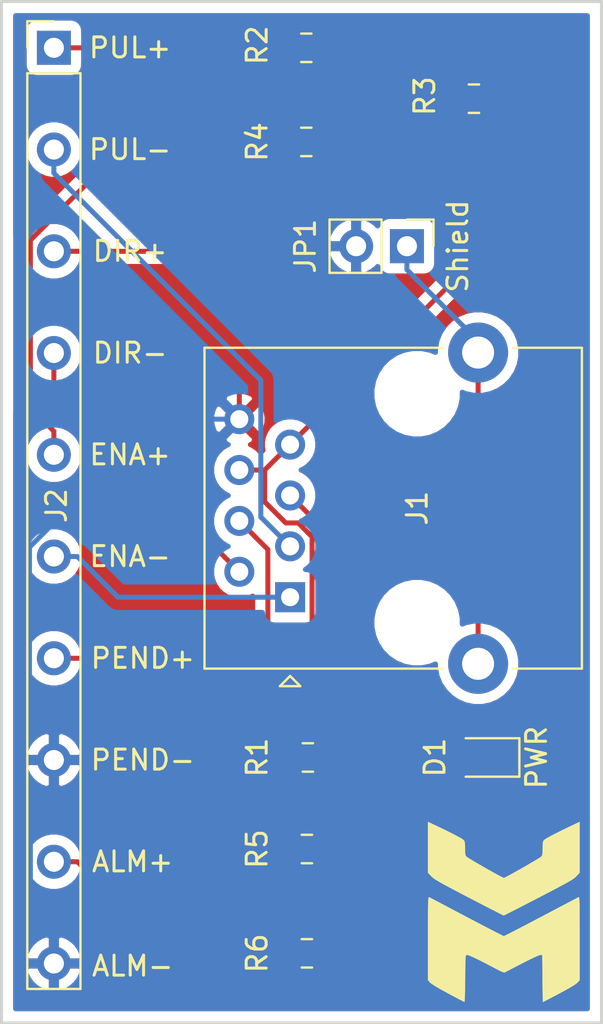
<source format=kicad_pcb>
(kicad_pcb (version 20171130) (host pcbnew "(5.1.6)-1")

  (general
    (thickness 1.6)
    (drawings 16)
    (tracks 74)
    (zones 0)
    (modules 11)
    (nets 15)
  )

  (page A4)
  (title_block
    (title "SharkCNC - Driver Breakout Module")
    (date 2020-07-12)
    (rev v1)
    (company VM)
    (comment 1 "Simple RJ45 Breakout board flor Closed Loop Driver")
    (comment 2 "author: vitalibr")
  )

  (layers
    (0 F.Cu signal hide)
    (31 B.Cu signal)
    (32 B.Adhes user)
    (33 F.Adhes user)
    (34 B.Paste user)
    (35 F.Paste user)
    (36 B.SilkS user)
    (37 F.SilkS user)
    (38 B.Mask user)
    (39 F.Mask user)
    (40 Dwgs.User user)
    (41 Cmts.User user)
    (42 Eco1.User user)
    (43 Eco2.User user)
    (44 Edge.Cuts user)
    (45 Margin user)
    (46 B.CrtYd user)
    (47 F.CrtYd user)
    (48 B.Fab user)
    (49 F.Fab user)
  )

  (setup
    (last_trace_width 0.25)
    (trace_clearance 0.2)
    (zone_clearance 0.508)
    (zone_45_only no)
    (trace_min 0.2)
    (via_size 0.8)
    (via_drill 0.4)
    (via_min_size 0.4)
    (via_min_drill 0.3)
    (uvia_size 0.3)
    (uvia_drill 0.1)
    (uvias_allowed no)
    (uvia_min_size 0.2)
    (uvia_min_drill 0.1)
    (edge_width 0.05)
    (segment_width 0.2)
    (pcb_text_width 0.3)
    (pcb_text_size 1.5 1.5)
    (mod_edge_width 0.12)
    (mod_text_size 1 1)
    (mod_text_width 0.15)
    (pad_size 1.524 1.524)
    (pad_drill 0.762)
    (pad_to_mask_clearance 0.05)
    (aux_axis_origin 0 0)
    (visible_elements 7FFFFFFF)
    (pcbplotparams
      (layerselection 0x010f0_ffffffff)
      (usegerberextensions true)
      (usegerberattributes true)
      (usegerberadvancedattributes true)
      (creategerberjobfile true)
      (excludeedgelayer true)
      (linewidth 0.100000)
      (plotframeref false)
      (viasonmask false)
      (mode 1)
      (useauxorigin false)
      (hpglpennumber 1)
      (hpglpenspeed 20)
      (hpglpendiameter 15.000000)
      (psnegative false)
      (psa4output false)
      (plotreference true)
      (plotvalue true)
      (plotinvisibletext false)
      (padsonsilk false)
      (subtractmaskfromsilk false)
      (outputformat 1)
      (mirror false)
      (drillshape 0)
      (scaleselection 1)
      (outputdirectory "gerber-files/"))
  )

  (net 0 "")
  (net 1 GND)
  (net 2 "Net-(D1-Pad2)")
  (net 3 +24V)
  (net 4 "Net-(J1-Pad3)")
  (net 5 "Net-(J1-Pad2)")
  (net 6 "Net-(J1-Pad1)")
  (net 7 "Net-(J1-PadSH)")
  (net 8 "Net-(J1-Pad5)")
  (net 9 "Net-(J1-Pad4)")
  (net 10 "Net-(J2-Pad1)")
  (net 11 "Net-(J2-Pad3)")
  (net 12 "Net-(J2-Pad5)")
  (net 13 "Net-(J2-Pad7)")
  (net 14 "Net-(J2-Pad9)")

  (net_class Default "This is the default net class."
    (clearance 0.2)
    (trace_width 0.25)
    (via_dia 0.8)
    (via_drill 0.4)
    (uvia_dia 0.3)
    (uvia_drill 0.1)
    (add_net +24V)
    (add_net GND)
    (add_net "Net-(D1-Pad2)")
    (add_net "Net-(J1-Pad1)")
    (add_net "Net-(J1-Pad2)")
    (add_net "Net-(J1-Pad3)")
    (add_net "Net-(J1-Pad4)")
    (add_net "Net-(J1-Pad5)")
    (add_net "Net-(J1-PadSH)")
    (add_net "Net-(J2-Pad1)")
    (add_net "Net-(J2-Pad3)")
    (add_net "Net-(J2-Pad5)")
    (add_net "Net-(J2-Pad7)")
    (add_net "Net-(J2-Pad9)")
  )

  (module Resistor_SMD:R_0805_2012Metric (layer F.Cu) (tedit 5B36C52B) (tstamp 5EFDD1DE)
    (at 139.319 118.745 180)
    (descr "Resistor SMD 0805 (2012 Metric), square (rectangular) end terminal, IPC_7351 nominal, (Body size source: https://docs.google.com/spreadsheets/d/1BsfQQcO9C6DZCsRaXUlFlo91Tg2WpOkGARC1WS5S8t0/edit?usp=sharing), generated with kicad-footprint-generator")
    (tags resistor)
    (path /5EFDDDA4)
    (attr smd)
    (fp_text reference R1 (at 2.54 0 90) (layer F.SilkS)
      (effects (font (size 1 1) (thickness 0.15)))
    )
    (fp_text value 1.2k (at 0 1.65) (layer F.Fab)
      (effects (font (size 1 1) (thickness 0.15)))
    )
    (fp_line (start -1 0.6) (end -1 -0.6) (layer F.Fab) (width 0.1))
    (fp_line (start -1 -0.6) (end 1 -0.6) (layer F.Fab) (width 0.1))
    (fp_line (start 1 -0.6) (end 1 0.6) (layer F.Fab) (width 0.1))
    (fp_line (start 1 0.6) (end -1 0.6) (layer F.Fab) (width 0.1))
    (fp_line (start -0.258578 -0.71) (end 0.258578 -0.71) (layer F.SilkS) (width 0.12))
    (fp_line (start -0.258578 0.71) (end 0.258578 0.71) (layer F.SilkS) (width 0.12))
    (fp_line (start -1.68 0.95) (end -1.68 -0.95) (layer F.CrtYd) (width 0.05))
    (fp_line (start -1.68 -0.95) (end 1.68 -0.95) (layer F.CrtYd) (width 0.05))
    (fp_line (start 1.68 -0.95) (end 1.68 0.95) (layer F.CrtYd) (width 0.05))
    (fp_line (start 1.68 0.95) (end -1.68 0.95) (layer F.CrtYd) (width 0.05))
    (fp_text user %R (at 0 0) (layer F.Fab)
      (effects (font (size 0.5 0.5) (thickness 0.08)))
    )
    (pad 1 smd roundrect (at -0.9375 0 180) (size 0.975 1.4) (layers F.Cu F.Paste F.Mask) (roundrect_rratio 0.25)
      (net 2 "Net-(D1-Pad2)"))
    (pad 2 smd roundrect (at 0.9375 0 180) (size 0.975 1.4) (layers F.Cu F.Paste F.Mask) (roundrect_rratio 0.25)
      (net 3 +24V))
    (model ${KISYS3DMOD}/Resistor_SMD.3dshapes/R_0805_2012Metric.wrl
      (at (xyz 0 0 0))
      (scale (xyz 1 1 1))
      (rotate (xyz 0 0 0))
    )
  )

  (module LED_SMD:LED_0805_2012Metric (layer F.Cu) (tedit 5B36C52C) (tstamp 5EFDD210)
    (at 148.209 118.745 180)
    (descr "LED SMD 0805 (2012 Metric), square (rectangular) end terminal, IPC_7351 nominal, (Body size source: https://docs.google.com/spreadsheets/d/1BsfQQcO9C6DZCsRaXUlFlo91Tg2WpOkGARC1WS5S8t0/edit?usp=sharing), generated with kicad-footprint-generator")
    (tags diode)
    (path /5EFD60AC)
    (attr smd)
    (fp_text reference D1 (at 2.54 0 90) (layer F.SilkS)
      (effects (font (size 1 1) (thickness 0.15)))
    )
    (fp_text value LED (at 0 1.65) (layer F.Fab)
      (effects (font (size 1 1) (thickness 0.15)))
    )
    (fp_line (start 1 -0.6) (end -0.7 -0.6) (layer F.Fab) (width 0.1))
    (fp_line (start -0.7 -0.6) (end -1 -0.3) (layer F.Fab) (width 0.1))
    (fp_line (start -1 -0.3) (end -1 0.6) (layer F.Fab) (width 0.1))
    (fp_line (start -1 0.6) (end 1 0.6) (layer F.Fab) (width 0.1))
    (fp_line (start 1 0.6) (end 1 -0.6) (layer F.Fab) (width 0.1))
    (fp_line (start 1 -0.96) (end -1.685 -0.96) (layer F.SilkS) (width 0.12))
    (fp_line (start -1.685 -0.96) (end -1.685 0.96) (layer F.SilkS) (width 0.12))
    (fp_line (start -1.685 0.96) (end 1 0.96) (layer F.SilkS) (width 0.12))
    (fp_line (start -1.68 0.95) (end -1.68 -0.95) (layer F.CrtYd) (width 0.05))
    (fp_line (start -1.68 -0.95) (end 1.68 -0.95) (layer F.CrtYd) (width 0.05))
    (fp_line (start 1.68 -0.95) (end 1.68 0.95) (layer F.CrtYd) (width 0.05))
    (fp_line (start 1.68 0.95) (end -1.68 0.95) (layer F.CrtYd) (width 0.05))
    (fp_text user %R (at 0 0) (layer F.Fab)
      (effects (font (size 0.5 0.5) (thickness 0.08)))
    )
    (pad 1 smd roundrect (at -0.9375 0 180) (size 0.975 1.4) (layers F.Cu F.Paste F.Mask) (roundrect_rratio 0.25)
      (net 1 GND))
    (pad 2 smd roundrect (at 0.9375 0 180) (size 0.975 1.4) (layers F.Cu F.Paste F.Mask) (roundrect_rratio 0.25)
      (net 2 "Net-(D1-Pad2)"))
    (model ${KISYS3DMOD}/LED_SMD.3dshapes/LED_0805_2012Metric.wrl
      (at (xyz 0 0 0))
      (scale (xyz 1 1 1))
      (rotate (xyz 0 0 0))
    )
  )

  (module Connector_RJ:RJ45_Ninigi_GE (layer F.Cu) (tedit 5E407CD7) (tstamp 5EFDD18A)
    (at 138.43 110.744 90)
    (descr "1 port ethernet throughhole connector, https://en.ninigi.com/product/rj45ge/pdf")
    (tags "RJ45 ethernet 8p8c")
    (path /5EFD299B)
    (fp_text reference J1 (at 4.445 6.35 90) (layer F.SilkS)
      (effects (font (size 1 1) (thickness 0.15)))
    )
    (fp_text value RJ45 (at 4.455 13.26 90) (layer F.Fab)
      (effects (font (size 1 1) (thickness 0.15)))
    )
    (fp_line (start -3.565 11.15) (end -3.565 14.59) (layer F.SilkS) (width 0.12))
    (fp_line (start -3.455 -2.84) (end -2.125 -4.17) (layer F.Fab) (width 0.1))
    (fp_line (start -4.441 0.508) (end -3.933 0) (layer F.SilkS) (width 0.12))
    (fp_line (start -4.441 -0.508) (end -4.441 0.508) (layer F.SilkS) (width 0.12))
    (fp_line (start -3.933 0) (end -4.441 -0.508) (layer F.SilkS) (width 0.12))
    (fp_line (start -5.33 14.98) (end -5.33 -4.67) (layer F.CrtYd) (width 0.05))
    (fp_line (start 14.22 14.98) (end -5.33 14.98) (layer F.CrtYd) (width 0.05))
    (fp_line (start 14.22 -4.67) (end 14.22 14.98) (layer F.CrtYd) (width 0.05))
    (fp_line (start -5.33 -4.67) (end 14.22 -4.67) (layer F.CrtYd) (width 0.05))
    (fp_line (start 12.455 11.15) (end 12.455 14.59) (layer F.SilkS) (width 0.12))
    (fp_line (start 12.455 14.59) (end -3.565 14.59) (layer F.SilkS) (width 0.12))
    (fp_line (start -3.565 -4.28) (end -3.565 7.65) (layer F.SilkS) (width 0.12))
    (fp_line (start 12.455 -4.28) (end -3.565 -4.28) (layer F.SilkS) (width 0.12))
    (fp_line (start 12.455 -4.28) (end 12.455 7.65) (layer F.SilkS) (width 0.12))
    (fp_line (start 12.345 14.48) (end -3.455 14.48) (layer F.Fab) (width 0.1))
    (fp_line (start 12.345 14.48) (end 12.345 -4.17) (layer F.Fab) (width 0.1))
    (fp_line (start 12.345 -4.17) (end -2.125 -4.17) (layer F.Fab) (width 0.1))
    (fp_line (start -3.455 -2.84) (end -3.455 14.48) (layer F.Fab) (width 0.1))
    (fp_text user %R (at 4.445 6.36 90) (layer F.Fab)
      (effects (font (size 1 1) (thickness 0.15)))
    )
    (pad "" np_thru_hole circle (at 10.16 6.35 270) (size 3.25 3.25) (drill 3.25) (layers *.Cu *.Mask))
    (pad SH thru_hole circle (at 12.215 9.4 270) (size 3 3) (drill 1.6) (layers *.Cu *.Mask)
      (net 7 "Net-(J1-PadSH)"))
    (pad "" np_thru_hole circle (at -1.27 6.35 90) (size 3.25 3.25) (drill 3.25) (layers *.Cu *.Mask))
    (pad 3 thru_hole circle (at 2.54 0 270) (size 1.5 1.5) (drill 0.9) (layers *.Cu *.Mask)
      (net 4 "Net-(J1-Pad3)"))
    (pad 5 thru_hole circle (at 5.08 0 270) (size 1.5 1.5) (drill 0.9) (layers *.Cu *.Mask)
      (net 8 "Net-(J1-Pad5)"))
    (pad 4 thru_hole circle (at 3.81 -2.54 270) (size 1.5 1.5) (drill 0.9) (layers *.Cu *.Mask)
      (net 9 "Net-(J1-Pad4)"))
    (pad 7 thru_hole circle (at 7.62 0 270) (size 1.5 1.5) (drill 0.9) (layers *.Cu *.Mask)
      (net 3 +24V))
    (pad 1 thru_hole rect (at 0 0 270) (size 1.5 1.5) (drill 0.9) (layers *.Cu *.Mask)
      (net 6 "Net-(J1-Pad1)"))
    (pad 2 thru_hole circle (at 1.27 -2.54 270) (size 1.5 1.5) (drill 0.9) (layers *.Cu *.Mask)
      (net 5 "Net-(J1-Pad2)"))
    (pad SH thru_hole circle (at -3.325 9.4 90) (size 3 3) (drill 1.6) (layers *.Cu *.Mask)
      (net 7 "Net-(J1-PadSH)"))
    (pad 8 thru_hole circle (at 8.89 -2.54 270) (size 1.5 1.5) (drill 0.9) (layers *.Cu *.Mask)
      (net 1 GND))
    (pad 6 thru_hole circle (at 6.35 -2.54 270) (size 1.5 1.5) (drill 0.9) (layers *.Cu *.Mask)
      (net 3 +24V))
    (model ${KISYS3DMOD}/Connector_RJ.3dshapes/RJ45_Ninigi_GE.wrl
      (at (xyz 0 0 0))
      (scale (xyz 1 1 1))
      (rotate (xyz 0 0 0))
    )
    (model ${KIPRJMOD}/3dmodels/8p8c.stp
      (offset (xyz 4.5 -4.5 16.5))
      (scale (xyz 1 1 1))
      (rotate (xyz 0 0 180))
    )
  )

  (module Connector_PinHeader_2.54mm:PinHeader_1x02_P2.54mm_Vertical (layer F.Cu) (tedit 59FED5CC) (tstamp 5EFDD13E)
    (at 144.272 93.218 270)
    (descr "Through hole straight pin header, 1x02, 2.54mm pitch, single row")
    (tags "Through hole pin header THT 1x02 2.54mm single row")
    (path /5EFD7610)
    (fp_text reference JP1 (at 0 5.08 270) (layer F.SilkS)
      (effects (font (size 1 1) (thickness 0.15)))
    )
    (fp_text value Shield (at 0 -2.54 270) (layer F.Fab)
      (effects (font (size 1 1) (thickness 0.15)))
    )
    (fp_line (start -0.635 -1.27) (end 1.27 -1.27) (layer F.Fab) (width 0.1))
    (fp_line (start 1.27 -1.27) (end 1.27 3.81) (layer F.Fab) (width 0.1))
    (fp_line (start 1.27 3.81) (end -1.27 3.81) (layer F.Fab) (width 0.1))
    (fp_line (start -1.27 3.81) (end -1.27 -0.635) (layer F.Fab) (width 0.1))
    (fp_line (start -1.27 -0.635) (end -0.635 -1.27) (layer F.Fab) (width 0.1))
    (fp_line (start -1.33 3.87) (end 1.33 3.87) (layer F.SilkS) (width 0.12))
    (fp_line (start -1.33 1.27) (end -1.33 3.87) (layer F.SilkS) (width 0.12))
    (fp_line (start 1.33 1.27) (end 1.33 3.87) (layer F.SilkS) (width 0.12))
    (fp_line (start -1.33 1.27) (end 1.33 1.27) (layer F.SilkS) (width 0.12))
    (fp_line (start -1.33 0) (end -1.33 -1.33) (layer F.SilkS) (width 0.12))
    (fp_line (start -1.33 -1.33) (end 0 -1.33) (layer F.SilkS) (width 0.12))
    (fp_line (start -1.8 -1.8) (end -1.8 4.35) (layer F.CrtYd) (width 0.05))
    (fp_line (start -1.8 4.35) (end 1.8 4.35) (layer F.CrtYd) (width 0.05))
    (fp_line (start 1.8 4.35) (end 1.8 -1.8) (layer F.CrtYd) (width 0.05))
    (fp_line (start 1.8 -1.8) (end -1.8 -1.8) (layer F.CrtYd) (width 0.05))
    (fp_text user %R (at 0 1.27) (layer F.Fab)
      (effects (font (size 1 1) (thickness 0.15)))
    )
    (pad 1 thru_hole rect (at 0 0 270) (size 1.7 1.7) (drill 1) (layers *.Cu *.Mask)
      (net 7 "Net-(J1-PadSH)"))
    (pad 2 thru_hole oval (at 0 2.54 270) (size 1.7 1.7) (drill 1) (layers *.Cu *.Mask)
      (net 1 GND))
    (model ${KISYS3DMOD}/Connector_PinHeader_2.54mm.3dshapes/PinHeader_1x02_P2.54mm_Vertical.wrl
      (at (xyz 0 0 0))
      (scale (xyz 1 1 1))
      (rotate (xyz 0 0 0))
    )
  )

  (module driver-breakout-module:PinHeader_1x10_P5.08mm_Vertical (layer F.Cu) (tedit 5F074DCD) (tstamp 5F07CF25)
    (at 126.619 83.312)
    (descr "Through hole straight pin header, 1x10, 5.08mm pitch, single row")
    (tags "Through hole pin header THT 1x10 5.08mm single row")
    (path /5F0733EF)
    (fp_text reference J2 (at 0.127 22.86 90) (layer F.SilkS)
      (effects (font (size 1 1) (thickness 0.15)))
    )
    (fp_text value DRIVER (at 4.699 47.498) (layer F.Fab)
      (effects (font (size 1 1) (thickness 0.15)))
    )
    (fp_line (start -0.635 -1.27) (end 1.27 -1.27) (layer F.Fab) (width 0.1))
    (fp_line (start 1.27 -1.27) (end 1.27 46.99) (layer F.Fab) (width 0.1))
    (fp_line (start 1.27 46.99) (end -1.27 46.99) (layer F.Fab) (width 0.1))
    (fp_line (start -1.27 46.99) (end -1.27 -0.635) (layer F.Fab) (width 0.1))
    (fp_line (start -1.27 -0.635) (end -0.635 -1.27) (layer F.Fab) (width 0.1))
    (fp_line (start -1.33 46.99) (end 1.33 46.99) (layer F.SilkS) (width 0.12))
    (fp_line (start -1.33 1.27) (end -1.33 46.99) (layer F.SilkS) (width 0.12))
    (fp_line (start 1.33 1.27) (end 1.33 46.99) (layer F.SilkS) (width 0.12))
    (fp_line (start -1.33 1.27) (end 1.33 1.27) (layer F.SilkS) (width 0.12))
    (fp_line (start -1.33 0) (end -1.33 -1.33) (layer F.SilkS) (width 0.12))
    (fp_line (start -1.33 -1.33) (end 0 -1.33) (layer F.SilkS) (width 0.12))
    (fp_line (start -1.8 -1.8) (end -1.8 47.625) (layer F.CrtYd) (width 0.05))
    (fp_line (start -1.8 47.625) (end 1.8 47.625) (layer F.CrtYd) (width 0.05))
    (fp_line (start 1.8 47.625) (end 1.8 -1.8) (layer F.CrtYd) (width 0.05))
    (fp_line (start 1.8 -1.8) (end -1.8 -1.8) (layer F.CrtYd) (width 0.05))
    (fp_text user %R (at 0 24.13 90) (layer F.Fab)
      (effects (font (size 1 1) (thickness 0.15)))
    )
    (pad 1 thru_hole rect (at 0 0) (size 1.7 1.7) (drill 1) (layers *.Cu *.Mask)
      (net 10 "Net-(J2-Pad1)"))
    (pad 2 thru_hole oval (at 0 5.08) (size 1.7 1.7) (drill 1) (layers *.Cu *.Mask)
      (net 4 "Net-(J1-Pad3)"))
    (pad 3 thru_hole oval (at 0 10.16) (size 1.7 1.7) (drill 1) (layers *.Cu *.Mask)
      (net 11 "Net-(J2-Pad3)"))
    (pad 4 thru_hole oval (at 0 15.24) (size 1.7 1.7) (drill 1) (layers *.Cu *.Mask)
      (net 5 "Net-(J1-Pad2)"))
    (pad 5 thru_hole oval (at 0 20.32) (size 1.7 1.7) (drill 1) (layers *.Cu *.Mask)
      (net 12 "Net-(J2-Pad5)"))
    (pad 6 thru_hole oval (at 0 25.4) (size 1.7 1.7) (drill 1) (layers *.Cu *.Mask)
      (net 6 "Net-(J1-Pad1)"))
    (pad 7 thru_hole oval (at 0 30.48) (size 1.7 1.7) (drill 1) (layers *.Cu *.Mask)
      (net 13 "Net-(J2-Pad7)"))
    (pad 8 thru_hole oval (at 0 35.56) (size 1.7 1.7) (drill 1) (layers *.Cu *.Mask)
      (net 1 GND))
    (pad 9 thru_hole oval (at 0 40.64) (size 1.7 1.7) (drill 1) (layers *.Cu *.Mask)
      (net 14 "Net-(J2-Pad9)"))
    (pad 10 thru_hole oval (at 0 45.72) (size 1.7 1.7) (drill 1) (layers *.Cu *.Mask)
      (net 1 GND))
    (model ${KISYS3DMOD}/Connector_PinHeader_2.54mm.3dshapes/PinHeader_1x10_P2.54mm_Vertical.step
      (offset (xyz 0 0 -1.5))
      (scale (xyz 1 2 1))
      (rotate (xyz 0 180 0))
    )
  )

  (module vm_vitali:vm_logo (layer F.Cu) (tedit 0) (tstamp 5EFDD468)
    (at 149.098 126.492)
    (fp_text reference G*** (at 0 0) (layer B.SilkS) hide
      (effects (font (size 1.524 1.524) (thickness 0.3)) (justify mirror))
    )
    (fp_text value LOGO (at 0.75 0) (layer B.SilkS) hide
      (effects (font (size 1.524 1.524) (thickness 0.3)) (justify mirror))
    )
    (fp_poly (pts (xy 3.81 -1.992605) (xy 3.645284 -1.816511) (xy 3.602272 -1.773982) (xy 3.549154 -1.72941)
      (xy 3.480404 -1.679666) (xy 3.390496 -1.621619) (xy 3.273904 -1.55214) (xy 3.125101 -1.4681)
      (xy 2.938562 -1.366368) (xy 2.708761 -1.243815) (xy 2.430171 -1.097311) (xy 2.097267 -0.923727)
      (xy 1.757986 -0.747637) (xy 1.430691 -0.578298) (xy 1.122762 -0.419541) (xy 0.840211 -0.274429)
      (xy 0.589052 -0.146022) (xy 0.3753 -0.037383) (xy 0.204967 0.048428) (xy 0.084067 0.108347)
      (xy 0.018614 0.139315) (xy 0.00863 0.142995) (xy -0.027773 0.126323) (xy -0.122492 0.079213)
      (xy -0.269484 0.004762) (xy -0.462706 -0.093931) (xy -0.696117 -0.213767) (xy -0.963675 -0.351649)
      (xy -1.259336 -0.504478) (xy -1.57706 -0.669156) (xy -1.723572 -0.745235) (xy -2.107261 -0.944939)
      (xy -2.43187 -1.114828) (xy -2.702963 -1.258062) (xy -2.926109 -1.377798) (xy -3.106874 -1.477196)
      (xy -3.250825 -1.559415) (xy -3.363527 -1.627614) (xy -3.450549 -1.684951) (xy -3.517456 -1.734586)
      (xy -3.569815 -1.779678) (xy -3.601357 -1.810818) (xy -3.773714 -1.990319) (xy -3.773714 -4.530981)
      (xy -3.401786 -4.356797) (xy -3.114079 -4.220271) (xy -2.841895 -4.087717) (xy -2.593433 -3.963384)
      (xy -2.376893 -3.851518) (xy -2.200475 -3.756369) (xy -2.072378 -3.682184) (xy -2.000803 -3.633213)
      (xy -1.995194 -3.628051) (xy -1.960503 -3.583372) (xy -1.938917 -3.522635) (xy -1.927523 -3.429146)
      (xy -1.923406 -3.28621) (xy -1.923143 -3.215306) (xy -1.920307 -3.042637) (xy -1.910171 -2.926464)
      (xy -1.890293 -2.850876) (xy -1.859643 -2.801568) (xy -1.814744 -2.767813) (xy -1.717182 -2.705457)
      (xy -1.576787 -2.620099) (xy -1.403391 -2.517341) (xy -1.206826 -2.402782) (xy -0.996924 -2.282023)
      (xy -0.783515 -2.160664) (xy -0.576433 -2.044305) (xy -0.385507 -1.938547) (xy -0.22057 -1.84899)
      (xy -0.091454 -1.781235) (xy -0.007989 -1.740881) (xy 0.018143 -1.731935) (xy 0.063314 -1.749486)
      (xy 0.161103 -1.798407) (xy 0.301678 -1.873097) (xy 0.475207 -1.967955) (xy 0.671858 -2.077382)
      (xy 0.8818 -2.195777) (xy 1.095202 -2.317539) (xy 1.302231 -2.437069) (xy 1.493057 -2.548766)
      (xy 1.657847 -2.64703) (xy 1.78677 -2.72626) (xy 1.869995 -2.780857) (xy 1.895928 -2.801568)
      (xy 1.927503 -2.853104) (xy 1.946983 -2.929892) (xy 1.956809 -3.047846) (xy 1.959428 -3.215306)
      (xy 1.961541 -3.381457) (xy 1.96982 -3.491805) (xy 1.987182 -3.563045) (xy 2.01654 -3.61187)
      (xy 2.031479 -3.628051) (xy 2.093353 -3.672641) (xy 2.213047 -3.743116) (xy 2.38236 -3.835229)
      (xy 2.593093 -3.944731) (xy 2.837047 -4.067373) (xy 3.106022 -4.198909) (xy 3.391817 -4.335089)
      (xy 3.438071 -4.356797) (xy 3.81 -4.530981) (xy 3.81 -1.992605)) (layer F.SilkS) (width 0.01))
    (fp_poly (pts (xy 3.771341 -0.764877) (xy 3.780872 -0.741643) (xy 3.788699 -0.696747) (xy 3.794988 -0.624791)
      (xy 3.799907 -0.520373) (xy 3.803623 -0.378092) (xy 3.806301 -0.192547) (xy 3.80811 0.041661)
      (xy 3.809216 0.329934) (xy 3.809785 0.677673) (xy 3.809986 1.090278) (xy 3.81 1.287399)
      (xy 3.81 3.375637) (xy 3.692071 3.500424) (xy 3.615788 3.562318) (xy 3.479658 3.65167)
      (xy 3.289489 3.765017) (xy 3.051086 3.898893) (xy 2.78097 4.044177) (xy 2.562155 4.159479)
      (xy 2.36536 4.262641) (xy 2.199414 4.349081) (xy 2.073144 4.414213) (xy 1.99538 4.453454)
      (xy 1.974115 4.463143) (xy 1.97052 4.428283) (xy 1.966689 4.329408) (xy 1.962793 4.17507)
      (xy 1.959002 3.973825) (xy 1.955486 3.734226) (xy 1.952414 3.464828) (xy 1.95086 3.292928)
      (xy 1.941285 2.122714) (xy 1.858733 2.111) (xy 1.798839 2.124186) (xy 1.680886 2.170403)
      (xy 1.510149 2.247251) (xy 1.291905 2.352327) (xy 1.031427 2.48323) (xy 0.954894 2.522509)
      (xy 0.728412 2.639419) (xy 0.521278 2.746721) (xy 0.342879 2.839522) (xy 0.202602 2.912929)
      (xy 0.109834 2.962048) (xy 0.075875 2.980724) (xy 0.032504 2.986607) (xy -0.043592 2.965726)
      (xy -0.161076 2.914652) (xy -0.328608 2.82995) (xy -0.399143 2.792543) (xy -0.752917 2.605429)
      (xy -1.062823 2.445828) (xy -1.325481 2.315352) (xy -1.537513 2.215611) (xy -1.69554 2.148219)
      (xy -1.796184 2.114784) (xy -1.826939 2.111588) (xy -1.84842 2.115991) (xy -1.865614 2.127379)
      (xy -1.879075 2.153199) (xy -1.889354 2.200901) (xy -1.897003 2.277931) (xy -1.902576 2.391737)
      (xy -1.906625 2.549769) (xy -1.909703 2.759474) (xy -1.912362 3.028299) (xy -1.914574 3.292928)
      (xy -1.917685 3.575897) (xy -1.922055 3.834032) (xy -1.927419 4.058811) (xy -1.933511 4.241708)
      (xy -1.940066 4.3742) (xy -1.946821 4.447762) (xy -1.95086 4.460066) (xy -1.988942 4.442749)
      (xy -2.081941 4.395676) (xy -2.220893 4.323529) (xy -2.396837 4.230988) (xy -2.600807 4.122735)
      (xy -2.771914 4.031301) (xy -3.037324 3.886469) (xy -3.266057 3.756403) (xy -3.451255 3.645241)
      (xy -3.586058 3.557121) (xy -3.663608 3.49618) (xy -3.669986 3.489519) (xy -3.773714 3.373426)
      (xy -3.773714 1.286294) (xy -3.773621 0.844494) (xy -3.773229 0.469864) (xy -3.772372 0.157001)
      (xy -3.770882 -0.099497) (xy -3.768594 -0.305032) (xy -3.765339 -0.465007) (xy -3.76095 -0.584822)
      (xy -3.755262 -0.669881) (xy -3.748106 -0.725586) (xy -3.739316 -0.757337) (xy -3.728725 -0.770539)
      (xy -3.716165 -0.770592) (xy -3.710214 -0.767968) (xy -3.667057 -0.745347) (xy -3.565681 -0.692063)
      (xy -3.412078 -0.611269) (xy -3.212239 -0.506118) (xy -2.972157 -0.379763) (xy -2.697824 -0.235359)
      (xy -2.39523 -0.076058) (xy -2.070368 0.094986) (xy -1.83472 0.21907) (xy -1.498939 0.395516)
      (xy -1.181915 0.561387) (xy -0.889534 0.713652) (xy -0.62768 0.849282) (xy -0.40224 0.965245)
      (xy -0.219098 1.058511) (xy -0.08414 1.126048) (xy -0.003251 1.164826) (xy 0.018143 1.173238)
      (xy 0.056973 1.15677) (xy 0.154061 1.109386) (xy 0.303521 1.034117) (xy 0.499467 0.933994)
      (xy 0.736013 0.812048) (xy 1.007276 0.671309) (xy 1.307369 0.514808) (xy 1.630406 0.345576)
      (xy 1.871005 0.21907) (xy 2.20781 0.041724) (xy 2.526511 -0.12607) (xy 2.821114 -0.281159)
      (xy 3.085629 -0.420388) (xy 3.314063 -0.540606) (xy 3.500425 -0.638657) (xy 3.638723 -0.711389)
      (xy 3.722965 -0.755648) (xy 3.7465 -0.767968) (xy 3.75994 -0.771852) (xy 3.771341 -0.764877)) (layer F.SilkS) (width 0.01))
  )

  (module Resistor_SMD:R_0805_2012Metric (layer F.Cu) (tedit 5B36C52B) (tstamp 5F07DA36)
    (at 139.24 83.312)
    (descr "Resistor SMD 0805 (2012 Metric), square (rectangular) end terminal, IPC_7351 nominal, (Body size source: https://docs.google.com/spreadsheets/d/1BsfQQcO9C6DZCsRaXUlFlo91Tg2WpOkGARC1WS5S8t0/edit?usp=sharing), generated with kicad-footprint-generator")
    (tags resistor)
    (path /5F078A8D)
    (attr smd)
    (fp_text reference R2 (at -2.4615 -0.127 90) (layer F.SilkS)
      (effects (font (size 1 1) (thickness 0.15)))
    )
    (fp_text value 2k (at 0 1.65) (layer F.Fab)
      (effects (font (size 1 1) (thickness 0.15)))
    )
    (fp_line (start 1.68 0.95) (end -1.68 0.95) (layer F.CrtYd) (width 0.05))
    (fp_line (start 1.68 -0.95) (end 1.68 0.95) (layer F.CrtYd) (width 0.05))
    (fp_line (start -1.68 -0.95) (end 1.68 -0.95) (layer F.CrtYd) (width 0.05))
    (fp_line (start -1.68 0.95) (end -1.68 -0.95) (layer F.CrtYd) (width 0.05))
    (fp_line (start -0.258578 0.71) (end 0.258578 0.71) (layer F.SilkS) (width 0.12))
    (fp_line (start -0.258578 -0.71) (end 0.258578 -0.71) (layer F.SilkS) (width 0.12))
    (fp_line (start 1 0.6) (end -1 0.6) (layer F.Fab) (width 0.1))
    (fp_line (start 1 -0.6) (end 1 0.6) (layer F.Fab) (width 0.1))
    (fp_line (start -1 -0.6) (end 1 -0.6) (layer F.Fab) (width 0.1))
    (fp_line (start -1 0.6) (end -1 -0.6) (layer F.Fab) (width 0.1))
    (fp_text user %R (at 0 0) (layer F.Fab)
      (effects (font (size 0.5 0.5) (thickness 0.08)))
    )
    (pad 1 smd roundrect (at -0.9375 0) (size 0.975 1.4) (layers F.Cu F.Paste F.Mask) (roundrect_rratio 0.25)
      (net 10 "Net-(J2-Pad1)"))
    (pad 2 smd roundrect (at 0.9375 0) (size 0.975 1.4) (layers F.Cu F.Paste F.Mask) (roundrect_rratio 0.25)
      (net 3 +24V))
    (model ${KISYS3DMOD}/Resistor_SMD.3dshapes/R_0805_2012Metric.wrl
      (at (xyz 0 0 0))
      (scale (xyz 1 1 1))
      (rotate (xyz 0 0 0))
    )
  )

  (module Resistor_SMD:R_0805_2012Metric (layer F.Cu) (tedit 5B36C52B) (tstamp 5F07DE73)
    (at 147.622 85.852)
    (descr "Resistor SMD 0805 (2012 Metric), square (rectangular) end terminal, IPC_7351 nominal, (Body size source: https://docs.google.com/spreadsheets/d/1BsfQQcO9C6DZCsRaXUlFlo91Tg2WpOkGARC1WS5S8t0/edit?usp=sharing), generated with kicad-footprint-generator")
    (tags resistor)
    (path /5F07B545)
    (attr smd)
    (fp_text reference R3 (at -2.4615 -0.127 90) (layer F.SilkS)
      (effects (font (size 1 1) (thickness 0.15)))
    )
    (fp_text value 2k (at 0 1.65) (layer F.Fab)
      (effects (font (size 1 1) (thickness 0.15)))
    )
    (fp_line (start -1 0.6) (end -1 -0.6) (layer F.Fab) (width 0.1))
    (fp_line (start -1 -0.6) (end 1 -0.6) (layer F.Fab) (width 0.1))
    (fp_line (start 1 -0.6) (end 1 0.6) (layer F.Fab) (width 0.1))
    (fp_line (start 1 0.6) (end -1 0.6) (layer F.Fab) (width 0.1))
    (fp_line (start -0.258578 -0.71) (end 0.258578 -0.71) (layer F.SilkS) (width 0.12))
    (fp_line (start -0.258578 0.71) (end 0.258578 0.71) (layer F.SilkS) (width 0.12))
    (fp_line (start -1.68 0.95) (end -1.68 -0.95) (layer F.CrtYd) (width 0.05))
    (fp_line (start -1.68 -0.95) (end 1.68 -0.95) (layer F.CrtYd) (width 0.05))
    (fp_line (start 1.68 -0.95) (end 1.68 0.95) (layer F.CrtYd) (width 0.05))
    (fp_line (start 1.68 0.95) (end -1.68 0.95) (layer F.CrtYd) (width 0.05))
    (fp_text user %R (at 0 0) (layer F.Fab)
      (effects (font (size 0.5 0.5) (thickness 0.08)))
    )
    (pad 2 smd roundrect (at 0.9375 0) (size 0.975 1.4) (layers F.Cu F.Paste F.Mask) (roundrect_rratio 0.25)
      (net 3 +24V))
    (pad 1 smd roundrect (at -0.9375 0) (size 0.975 1.4) (layers F.Cu F.Paste F.Mask) (roundrect_rratio 0.25)
      (net 11 "Net-(J2-Pad3)"))
    (model ${KISYS3DMOD}/Resistor_SMD.3dshapes/R_0805_2012Metric.wrl
      (at (xyz 0 0 0))
      (scale (xyz 1 1 1))
      (rotate (xyz 0 0 0))
    )
  )

  (module Resistor_SMD:R_0805_2012Metric (layer F.Cu) (tedit 5B36C52B) (tstamp 5F07DAC8)
    (at 139.24 88.011)
    (descr "Resistor SMD 0805 (2012 Metric), square (rectangular) end terminal, IPC_7351 nominal, (Body size source: https://docs.google.com/spreadsheets/d/1BsfQQcO9C6DZCsRaXUlFlo91Tg2WpOkGARC1WS5S8t0/edit?usp=sharing), generated with kicad-footprint-generator")
    (tags resistor)
    (path /5F07B686)
    (attr smd)
    (fp_text reference R4 (at -2.4615 0 90) (layer F.SilkS)
      (effects (font (size 1 1) (thickness 0.15)))
    )
    (fp_text value 2k (at 0 1.65) (layer F.Fab)
      (effects (font (size 1 1) (thickness 0.15)))
    )
    (fp_line (start 1.68 0.95) (end -1.68 0.95) (layer F.CrtYd) (width 0.05))
    (fp_line (start 1.68 -0.95) (end 1.68 0.95) (layer F.CrtYd) (width 0.05))
    (fp_line (start -1.68 -0.95) (end 1.68 -0.95) (layer F.CrtYd) (width 0.05))
    (fp_line (start -1.68 0.95) (end -1.68 -0.95) (layer F.CrtYd) (width 0.05))
    (fp_line (start -0.258578 0.71) (end 0.258578 0.71) (layer F.SilkS) (width 0.12))
    (fp_line (start -0.258578 -0.71) (end 0.258578 -0.71) (layer F.SilkS) (width 0.12))
    (fp_line (start 1 0.6) (end -1 0.6) (layer F.Fab) (width 0.1))
    (fp_line (start 1 -0.6) (end 1 0.6) (layer F.Fab) (width 0.1))
    (fp_line (start -1 -0.6) (end 1 -0.6) (layer F.Fab) (width 0.1))
    (fp_line (start -1 0.6) (end -1 -0.6) (layer F.Fab) (width 0.1))
    (fp_text user %R (at 0 0) (layer F.Fab)
      (effects (font (size 0.5 0.5) (thickness 0.08)))
    )
    (pad 1 smd roundrect (at -0.9375 0) (size 0.975 1.4) (layers F.Cu F.Paste F.Mask) (roundrect_rratio 0.25)
      (net 12 "Net-(J2-Pad5)"))
    (pad 2 smd roundrect (at 0.9375 0) (size 0.975 1.4) (layers F.Cu F.Paste F.Mask) (roundrect_rratio 0.25)
      (net 3 +24V))
    (model ${KISYS3DMOD}/Resistor_SMD.3dshapes/R_0805_2012Metric.wrl
      (at (xyz 0 0 0))
      (scale (xyz 1 1 1))
      (rotate (xyz 0 0 0))
    )
  )

  (module Resistor_SMD:R_0805_2012Metric (layer F.Cu) (tedit 5B36C52B) (tstamp 5F07DCD2)
    (at 139.27 123.317)
    (descr "Resistor SMD 0805 (2012 Metric), square (rectangular) end terminal, IPC_7351 nominal, (Body size source: https://docs.google.com/spreadsheets/d/1BsfQQcO9C6DZCsRaXUlFlo91Tg2WpOkGARC1WS5S8t0/edit?usp=sharing), generated with kicad-footprint-generator")
    (tags resistor)
    (path /5F07B734)
    (attr smd)
    (fp_text reference R5 (at -2.4915 0 90) (layer F.SilkS)
      (effects (font (size 1 1) (thickness 0.15)))
    )
    (fp_text value 2k (at 0 1.65) (layer F.Fab)
      (effects (font (size 1 1) (thickness 0.15)))
    )
    (fp_line (start 1.68 0.95) (end -1.68 0.95) (layer F.CrtYd) (width 0.05))
    (fp_line (start 1.68 -0.95) (end 1.68 0.95) (layer F.CrtYd) (width 0.05))
    (fp_line (start -1.68 -0.95) (end 1.68 -0.95) (layer F.CrtYd) (width 0.05))
    (fp_line (start -1.68 0.95) (end -1.68 -0.95) (layer F.CrtYd) (width 0.05))
    (fp_line (start -0.258578 0.71) (end 0.258578 0.71) (layer F.SilkS) (width 0.12))
    (fp_line (start -0.258578 -0.71) (end 0.258578 -0.71) (layer F.SilkS) (width 0.12))
    (fp_line (start 1 0.6) (end -1 0.6) (layer F.Fab) (width 0.1))
    (fp_line (start 1 -0.6) (end 1 0.6) (layer F.Fab) (width 0.1))
    (fp_line (start -1 -0.6) (end 1 -0.6) (layer F.Fab) (width 0.1))
    (fp_line (start -1 0.6) (end -1 -0.6) (layer F.Fab) (width 0.1))
    (fp_text user %R (at 0 0) (layer F.Fab)
      (effects (font (size 0.5 0.5) (thickness 0.08)))
    )
    (pad 1 smd roundrect (at -0.9375 0) (size 0.975 1.4) (layers F.Cu F.Paste F.Mask) (roundrect_rratio 0.25)
      (net 13 "Net-(J2-Pad7)"))
    (pad 2 smd roundrect (at 0.9375 0) (size 0.975 1.4) (layers F.Cu F.Paste F.Mask) (roundrect_rratio 0.25)
      (net 8 "Net-(J1-Pad5)"))
    (model ${KISYS3DMOD}/Resistor_SMD.3dshapes/R_0805_2012Metric.wrl
      (at (xyz 0 0 0))
      (scale (xyz 1 1 1))
      (rotate (xyz 0 0 0))
    )
  )

  (module Resistor_SMD:R_0805_2012Metric (layer F.Cu) (tedit 5B36C52B) (tstamp 5F07DD02)
    (at 139.27 128.524)
    (descr "Resistor SMD 0805 (2012 Metric), square (rectangular) end terminal, IPC_7351 nominal, (Body size source: https://docs.google.com/spreadsheets/d/1BsfQQcO9C6DZCsRaXUlFlo91Tg2WpOkGARC1WS5S8t0/edit?usp=sharing), generated with kicad-footprint-generator")
    (tags resistor)
    (path /5F07B9EB)
    (attr smd)
    (fp_text reference R6 (at -2.4915 0 90) (layer F.SilkS)
      (effects (font (size 1 1) (thickness 0.15)))
    )
    (fp_text value 2k (at 0 1.65) (layer F.Fab)
      (effects (font (size 1 1) (thickness 0.15)))
    )
    (fp_line (start -1 0.6) (end -1 -0.6) (layer F.Fab) (width 0.1))
    (fp_line (start -1 -0.6) (end 1 -0.6) (layer F.Fab) (width 0.1))
    (fp_line (start 1 -0.6) (end 1 0.6) (layer F.Fab) (width 0.1))
    (fp_line (start 1 0.6) (end -1 0.6) (layer F.Fab) (width 0.1))
    (fp_line (start -0.258578 -0.71) (end 0.258578 -0.71) (layer F.SilkS) (width 0.12))
    (fp_line (start -0.258578 0.71) (end 0.258578 0.71) (layer F.SilkS) (width 0.12))
    (fp_line (start -1.68 0.95) (end -1.68 -0.95) (layer F.CrtYd) (width 0.05))
    (fp_line (start -1.68 -0.95) (end 1.68 -0.95) (layer F.CrtYd) (width 0.05))
    (fp_line (start 1.68 -0.95) (end 1.68 0.95) (layer F.CrtYd) (width 0.05))
    (fp_line (start 1.68 0.95) (end -1.68 0.95) (layer F.CrtYd) (width 0.05))
    (fp_text user %R (at 0 0) (layer F.Fab)
      (effects (font (size 0.5 0.5) (thickness 0.08)))
    )
    (pad 2 smd roundrect (at 0.9375 0) (size 0.975 1.4) (layers F.Cu F.Paste F.Mask) (roundrect_rratio 0.25)
      (net 9 "Net-(J1-Pad4)"))
    (pad 1 smd roundrect (at -0.9375 0) (size 0.975 1.4) (layers F.Cu F.Paste F.Mask) (roundrect_rratio 0.25)
      (net 14 "Net-(J2-Pad9)"))
    (model ${KISYS3DMOD}/Resistor_SMD.3dshapes/R_0805_2012Metric.wrl
      (at (xyz 0 0 0))
      (scale (xyz 1 1 1))
      (rotate (xyz 0 0 0))
    )
  )

  (gr_text ALM- (at 130.556 129.159) (layer F.SilkS) (tstamp 5F07D749)
    (effects (font (size 1 1) (thickness 0.15)))
  )
  (gr_text ALM+ (at 130.556 123.952) (layer F.SilkS) (tstamp 5F07D6F8)
    (effects (font (size 1 1) (thickness 0.15)))
  )
  (gr_text PEND- (at 131.064 118.872) (layer F.SilkS) (tstamp 5F07D6F8)
    (effects (font (size 1 1) (thickness 0.15)))
  )
  (gr_text PEND+ (at 131.064 113.792) (layer F.SilkS) (tstamp 5F07D6F8)
    (effects (font (size 1 1) (thickness 0.15)))
  )
  (gr_line (start 154 132) (end 124 132) (layer Edge.Cuts) (width 0.15) (tstamp 5EFDD00A))
  (gr_line (start 154 81) (end 154 132) (layer Edge.Cuts) (width 0.15) (tstamp 5EFDD26D))
  (gr_line (start 124 81) (end 124 132) (layer Edge.Cuts) (width 0.15) (tstamp 5EFDD283))
  (gr_line (start 154 81) (end 124 81) (layer Edge.Cuts) (width 0.15) (tstamp 5EFDD26A))
  (gr_text PWR (at 150.749 118.745 90) (layer F.SilkS) (tstamp 5EFDCEAD)
    (effects (font (size 1 1) (thickness 0.15)))
  )
  (gr_text "Shield\n" (at 146.812 93.218 90) (layer F.SilkS)
    (effects (font (size 1 1) (thickness 0.15)))
  )
  (gr_text ENA- (at 130.429 108.712) (layer F.SilkS) (tstamp 5EFDD127)
    (effects (font (size 1 1) (thickness 0.15)))
  )
  (gr_text ENA+ (at 130.429 103.632) (layer F.SilkS) (tstamp 5EFDD121)
    (effects (font (size 1 1) (thickness 0.15)))
  )
  (gr_text DIR- (at 130.429 98.552) (layer F.SilkS) (tstamp 5EFDD118)
    (effects (font (size 1 1) (thickness 0.15)))
  )
  (gr_text DIR+ (at 130.429 93.472) (layer F.SilkS) (tstamp 5EFDD11B)
    (effects (font (size 1 1) (thickness 0.15)))
  )
  (gr_text PUL- (at 130.429 88.392) (layer F.SilkS) (tstamp 5EFDD124)
    (effects (font (size 1 1) (thickness 0.15)))
  )
  (gr_text PUL+ (at 130.429 83.312) (layer F.SilkS) (tstamp 5EFDD11E)
    (effects (font (size 1 1) (thickness 0.15)))
  )

  (segment (start 126.619 118.872) (end 126.619 120.0473) (width 0.25) (layer B.Cu) (net 1))
  (segment (start 126.619 129.032) (end 126.619 127.8567) (width 0.25) (layer B.Cu) (net 1))
  (segment (start 126.619 127.8567) (end 125.4437 126.6814) (width 0.25) (layer B.Cu) (net 1))
  (segment (start 125.4437 126.6814) (end 125.4437 121.2226) (width 0.25) (layer B.Cu) (net 1))
  (segment (start 125.4437 121.2226) (end 126.619 120.0473) (width 0.25) (layer B.Cu) (net 1))
  (segment (start 126.619 129.032) (end 127.7943 129.032) (width 0.25) (layer F.Cu) (net 1))
  (segment (start 127.7943 129.032) (end 128.32 129.5577) (width 0.25) (layer F.Cu) (net 1))
  (segment (start 128.32 129.5577) (end 140.7119 129.5577) (width 0.25) (layer F.Cu) (net 1))
  (segment (start 140.7119 129.5577) (end 149.1465 121.1231) (width 0.25) (layer F.Cu) (net 1))
  (segment (start 149.1465 121.1231) (end 149.1465 118.745) (width 0.25) (layer F.Cu) (net 1))
  (segment (start 126.619 118.872) (end 126.619 117.6967) (width 0.25) (layer B.Cu) (net 1))
  (segment (start 126.619 117.6967) (end 125.3984 116.4761) (width 0.25) (layer B.Cu) (net 1))
  (segment (start 125.3984 116.4761) (end 125.3984 108.2506) (width 0.25) (layer B.Cu) (net 1))
  (segment (start 125.3984 108.2506) (end 131.795 101.854) (width 0.25) (layer B.Cu) (net 1))
  (segment (start 131.795 101.854) (end 135.89 101.854) (width 0.25) (layer B.Cu) (net 1))
  (segment (start 141.732 93.218) (end 141.732 94.3933) (width 0.25) (layer F.Cu) (net 1))
  (segment (start 141.732 94.3933) (end 135.89 100.2353) (width 0.25) (layer F.Cu) (net 1))
  (segment (start 135.89 100.2353) (end 135.89 101.854) (width 0.25) (layer F.Cu) (net 1))
  (segment (start 147.2715 118.745) (end 140.2565 118.745) (width 0.25) (layer F.Cu) (net 2))
  (segment (start 137.16 104.394) (end 137.16 105.9806) (width 0.25) (layer F.Cu) (net 3))
  (segment (start 137.16 105.9806) (end 138.2145 107.0351) (width 0.25) (layer F.Cu) (net 3))
  (segment (start 138.2145 107.0351) (end 138.8341 107.0351) (width 0.25) (layer F.Cu) (net 3))
  (segment (start 138.8341 107.0351) (end 139.5283 107.7293) (width 0.25) (layer F.Cu) (net 3))
  (segment (start 139.5283 107.7293) (end 139.5283 116.3244) (width 0.25) (layer F.Cu) (net 3))
  (segment (start 139.5283 116.3244) (end 138.3815 117.4712) (width 0.25) (layer F.Cu) (net 3))
  (segment (start 138.3815 117.4712) (end 138.3815 118.745) (width 0.25) (layer F.Cu) (net 3))
  (segment (start 148.3873 85.852) (end 148.3873 93.1667) (width 0.25) (layer F.Cu) (net 3))
  (segment (start 148.3873 93.1667) (end 138.43 103.124) (width 0.25) (layer F.Cu) (net 3))
  (segment (start 140.9928 84.7741) (end 147.3094 84.7741) (width 0.25) (layer F.Cu) (net 3))
  (segment (start 147.3094 84.7741) (end 148.3873 85.852) (width 0.25) (layer F.Cu) (net 3))
  (segment (start 148.5595 85.852) (end 148.3873 85.852) (width 0.25) (layer F.Cu) (net 3))
  (segment (start 140.9928 84.7741) (end 140.9928 87.1957) (width 0.25) (layer F.Cu) (net 3))
  (segment (start 140.9928 87.1957) (end 140.1775 88.011) (width 0.25) (layer F.Cu) (net 3))
  (segment (start 140.1775 83.312) (end 140.9928 84.1273) (width 0.25) (layer F.Cu) (net 3))
  (segment (start 140.9928 84.1273) (end 140.9928 84.7741) (width 0.25) (layer F.Cu) (net 3))
  (segment (start 137.16 104.394) (end 138.43 103.124) (width 0.25) (layer F.Cu) (net 3))
  (segment (start 135.89 104.394) (end 137.16 104.394) (width 0.25) (layer F.Cu) (net 3))
  (segment (start 126.619 88.392) (end 126.619 89.5673) (width 0.25) (layer B.Cu) (net 4))
  (segment (start 126.619 89.5673) (end 136.9664 99.9147) (width 0.25) (layer B.Cu) (net 4))
  (segment (start 136.9664 99.9147) (end 136.9664 106.7404) (width 0.25) (layer B.Cu) (net 4))
  (segment (start 136.9664 106.7404) (end 138.43 108.204) (width 0.25) (layer B.Cu) (net 4))
  (segment (start 126.619 98.552) (end 126.619 100.203) (width 0.25) (layer F.Cu) (net 5))
  (segment (start 126.619 100.203) (end 135.89 109.474) (width 0.25) (layer F.Cu) (net 5))
  (segment (start 126.619 108.712) (end 127.7943 108.712) (width 0.25) (layer B.Cu) (net 6))
  (segment (start 127.7943 108.712) (end 129.8263 110.744) (width 0.25) (layer B.Cu) (net 6))
  (segment (start 129.8263 110.744) (end 138.43 110.744) (width 0.25) (layer B.Cu) (net 6))
  (segment (start 147.83 114.069) (end 147.83 98.529) (width 0.25) (layer F.Cu) (net 7))
  (segment (start 144.272 93.218) (end 144.272 94.3933) (width 0.25) (layer B.Cu) (net 7))
  (segment (start 144.272 94.3933) (end 147.83 97.9513) (width 0.25) (layer B.Cu) (net 7))
  (segment (start 147.83 97.9513) (end 147.83 98.529) (width 0.25) (layer B.Cu) (net 7))
  (segment (start 140.2075 123.317) (end 140.2075 121.424) (width 0.25) (layer F.Cu) (net 8))
  (segment (start 140.2075 121.424) (end 139.4414 120.6579) (width 0.25) (layer F.Cu) (net 8))
  (segment (start 139.4414 120.6579) (end 139.4414 118.0552) (width 0.25) (layer F.Cu) (net 8))
  (segment (start 139.4414 118.0552) (end 139.9939 117.5027) (width 0.25) (layer F.Cu) (net 8))
  (segment (start 139.9939 117.5027) (end 139.9939 107.2279) (width 0.25) (layer F.Cu) (net 8))
  (segment (start 139.9939 107.2279) (end 138.43 105.664) (width 0.25) (layer F.Cu) (net 8))
  (segment (start 140.2075 128.524) (end 139.1562 127.4727) (width 0.25) (layer F.Cu) (net 9))
  (segment (start 139.1562 127.4727) (end 139.1562 121.7821) (width 0.25) (layer F.Cu) (net 9))
  (segment (start 139.1562 121.7821) (end 137.3193 119.9452) (width 0.25) (layer F.Cu) (net 9))
  (segment (start 137.3193 119.9452) (end 137.3193 108.3633) (width 0.25) (layer F.Cu) (net 9))
  (segment (start 137.3193 108.3633) (end 135.89 106.934) (width 0.25) (layer F.Cu) (net 9))
  (segment (start 138.3025 83.312) (end 126.619 83.312) (width 0.25) (layer F.Cu) (net 10))
  (segment (start 146.6845 85.852) (end 139.0645 93.472) (width 0.25) (layer F.Cu) (net 11))
  (segment (start 139.0645 93.472) (end 126.619 93.472) (width 0.25) (layer F.Cu) (net 11))
  (segment (start 126.619 103.632) (end 126.619 102.4567) (width 0.25) (layer F.Cu) (net 12))
  (segment (start 138.3025 88.011) (end 130.3537 88.011) (width 0.25) (layer F.Cu) (net 12))
  (segment (start 130.3537 88.011) (end 125.4437 92.921) (width 0.25) (layer F.Cu) (net 12))
  (segment (start 125.4437 92.921) (end 125.4437 101.2814) (width 0.25) (layer F.Cu) (net 12))
  (segment (start 125.4437 101.2814) (end 126.619 102.4567) (width 0.25) (layer F.Cu) (net 12))
  (segment (start 138.3325 123.317) (end 128.8075 113.792) (width 0.25) (layer F.Cu) (net 13))
  (segment (start 128.8075 113.792) (end 126.619 113.792) (width 0.25) (layer F.Cu) (net 13))
  (segment (start 126.619 123.952) (end 127.7943 123.952) (width 0.25) (layer F.Cu) (net 14))
  (segment (start 138.3325 128.524) (end 132.3663 128.524) (width 0.25) (layer F.Cu) (net 14))
  (segment (start 132.3663 128.524) (end 127.7943 123.952) (width 0.25) (layer F.Cu) (net 14))

  (zone (net 1) (net_name GND) (layer B.Cu) (tstamp 0) (hatch edge 0.508)
    (connect_pads (clearance 0.508))
    (min_thickness 0.254)
    (fill yes (arc_segments 32) (thermal_gap 0.508) (thermal_bridge_width 0.508))
    (polygon
      (pts
        (xy 153.797 131.826) (xy 124.206 131.826) (xy 124.206 81.153) (xy 153.797 81.153)
      )
    )
    (filled_polygon
      (pts
        (xy 153.290001 131.29) (xy 124.71 131.29) (xy 124.71 129.38889) (xy 125.177524 129.38889) (xy 125.222175 129.536099)
        (xy 125.347359 129.79892) (xy 125.521412 130.032269) (xy 125.737645 130.227178) (xy 125.987748 130.376157) (xy 126.262109 130.473481)
        (xy 126.492 130.352814) (xy 126.492 129.159) (xy 126.746 129.159) (xy 126.746 130.352814) (xy 126.975891 130.473481)
        (xy 127.250252 130.376157) (xy 127.500355 130.227178) (xy 127.716588 130.032269) (xy 127.890641 129.79892) (xy 128.015825 129.536099)
        (xy 128.060476 129.38889) (xy 127.939155 129.159) (xy 126.746 129.159) (xy 126.492 129.159) (xy 125.298845 129.159)
        (xy 125.177524 129.38889) (xy 124.71 129.38889) (xy 124.71 128.67511) (xy 125.177524 128.67511) (xy 125.298845 128.905)
        (xy 126.492 128.905) (xy 126.492 127.711186) (xy 126.746 127.711186) (xy 126.746 128.905) (xy 127.939155 128.905)
        (xy 128.060476 128.67511) (xy 128.015825 128.527901) (xy 127.890641 128.26508) (xy 127.716588 128.031731) (xy 127.500355 127.836822)
        (xy 127.250252 127.687843) (xy 126.975891 127.590519) (xy 126.746 127.711186) (xy 126.492 127.711186) (xy 126.262109 127.590519)
        (xy 125.987748 127.687843) (xy 125.737645 127.836822) (xy 125.521412 128.031731) (xy 125.347359 128.26508) (xy 125.222175 128.527901)
        (xy 125.177524 128.67511) (xy 124.71 128.67511) (xy 124.71 123.80574) (xy 125.134 123.80574) (xy 125.134 124.09826)
        (xy 125.191068 124.385158) (xy 125.30301 124.655411) (xy 125.465525 124.898632) (xy 125.672368 125.105475) (xy 125.915589 125.26799)
        (xy 126.185842 125.379932) (xy 126.47274 125.437) (xy 126.76526 125.437) (xy 127.052158 125.379932) (xy 127.322411 125.26799)
        (xy 127.565632 125.105475) (xy 127.772475 124.898632) (xy 127.93499 124.655411) (xy 128.046932 124.385158) (xy 128.104 124.09826)
        (xy 128.104 123.80574) (xy 128.046932 123.518842) (xy 127.93499 123.248589) (xy 127.772475 123.005368) (xy 127.565632 122.798525)
        (xy 127.322411 122.63601) (xy 127.052158 122.524068) (xy 126.76526 122.467) (xy 126.47274 122.467) (xy 126.185842 122.524068)
        (xy 125.915589 122.63601) (xy 125.672368 122.798525) (xy 125.465525 123.005368) (xy 125.30301 123.248589) (xy 125.191068 123.518842)
        (xy 125.134 123.80574) (xy 124.71 123.80574) (xy 124.71 119.22889) (xy 125.177524 119.22889) (xy 125.222175 119.376099)
        (xy 125.347359 119.63892) (xy 125.521412 119.872269) (xy 125.737645 120.067178) (xy 125.987748 120.216157) (xy 126.262109 120.313481)
        (xy 126.492 120.192814) (xy 126.492 118.999) (xy 126.746 118.999) (xy 126.746 120.192814) (xy 126.975891 120.313481)
        (xy 127.250252 120.216157) (xy 127.500355 120.067178) (xy 127.716588 119.872269) (xy 127.890641 119.63892) (xy 128.015825 119.376099)
        (xy 128.060476 119.22889) (xy 127.939155 118.999) (xy 126.746 118.999) (xy 126.492 118.999) (xy 125.298845 118.999)
        (xy 125.177524 119.22889) (xy 124.71 119.22889) (xy 124.71 118.51511) (xy 125.177524 118.51511) (xy 125.298845 118.745)
        (xy 126.492 118.745) (xy 126.492 117.551186) (xy 126.746 117.551186) (xy 126.746 118.745) (xy 127.939155 118.745)
        (xy 128.060476 118.51511) (xy 128.015825 118.367901) (xy 127.890641 118.10508) (xy 127.716588 117.871731) (xy 127.500355 117.676822)
        (xy 127.250252 117.527843) (xy 126.975891 117.430519) (xy 126.746 117.551186) (xy 126.492 117.551186) (xy 126.262109 117.430519)
        (xy 125.987748 117.527843) (xy 125.737645 117.676822) (xy 125.521412 117.871731) (xy 125.347359 118.10508) (xy 125.222175 118.367901)
        (xy 125.177524 118.51511) (xy 124.71 118.51511) (xy 124.71 113.64574) (xy 125.134 113.64574) (xy 125.134 113.93826)
        (xy 125.191068 114.225158) (xy 125.30301 114.495411) (xy 125.465525 114.738632) (xy 125.672368 114.945475) (xy 125.915589 115.10799)
        (xy 126.185842 115.219932) (xy 126.47274 115.277) (xy 126.76526 115.277) (xy 127.052158 115.219932) (xy 127.322411 115.10799)
        (xy 127.565632 114.945475) (xy 127.772475 114.738632) (xy 127.93499 114.495411) (xy 128.046932 114.225158) (xy 128.104 113.93826)
        (xy 128.104 113.64574) (xy 128.046932 113.358842) (xy 127.93499 113.088589) (xy 127.772475 112.845368) (xy 127.565632 112.638525)
        (xy 127.322411 112.47601) (xy 127.052158 112.364068) (xy 126.76526 112.307) (xy 126.47274 112.307) (xy 126.185842 112.364068)
        (xy 125.915589 112.47601) (xy 125.672368 112.638525) (xy 125.465525 112.845368) (xy 125.30301 113.088589) (xy 125.191068 113.358842)
        (xy 125.134 113.64574) (xy 124.71 113.64574) (xy 124.71 103.48574) (xy 125.134 103.48574) (xy 125.134 103.77826)
        (xy 125.191068 104.065158) (xy 125.30301 104.335411) (xy 125.465525 104.578632) (xy 125.672368 104.785475) (xy 125.915589 104.94799)
        (xy 126.185842 105.059932) (xy 126.47274 105.117) (xy 126.76526 105.117) (xy 127.052158 105.059932) (xy 127.322411 104.94799)
        (xy 127.565632 104.785475) (xy 127.772475 104.578632) (xy 127.93499 104.335411) (xy 128.046932 104.065158) (xy 128.104 103.77826)
        (xy 128.104 103.48574) (xy 128.046932 103.198842) (xy 127.93499 102.928589) (xy 127.772475 102.685368) (xy 127.565632 102.478525)
        (xy 127.322411 102.31601) (xy 127.052158 102.204068) (xy 126.76526 102.147) (xy 126.47274 102.147) (xy 126.185842 102.204068)
        (xy 125.915589 102.31601) (xy 125.672368 102.478525) (xy 125.465525 102.685368) (xy 125.30301 102.928589) (xy 125.191068 103.198842)
        (xy 125.134 103.48574) (xy 124.71 103.48574) (xy 124.71 101.926492) (xy 134.500188 101.926492) (xy 134.541035 102.196238)
        (xy 134.633723 102.452832) (xy 134.69414 102.565863) (xy 134.933007 102.631388) (xy 135.710395 101.854) (xy 134.933007 101.076612)
        (xy 134.69414 101.142137) (xy 134.57824 101.389116) (xy 134.51275 101.65396) (xy 134.500188 101.926492) (xy 124.71 101.926492)
        (xy 124.71 98.40574) (xy 125.134 98.40574) (xy 125.134 98.69826) (xy 125.191068 98.985158) (xy 125.30301 99.255411)
        (xy 125.465525 99.498632) (xy 125.672368 99.705475) (xy 125.915589 99.86799) (xy 126.185842 99.979932) (xy 126.47274 100.037)
        (xy 126.76526 100.037) (xy 127.052158 99.979932) (xy 127.322411 99.86799) (xy 127.565632 99.705475) (xy 127.772475 99.498632)
        (xy 127.93499 99.255411) (xy 128.046932 98.985158) (xy 128.104 98.69826) (xy 128.104 98.40574) (xy 128.046932 98.118842)
        (xy 127.93499 97.848589) (xy 127.772475 97.605368) (xy 127.565632 97.398525) (xy 127.322411 97.23601) (xy 127.052158 97.124068)
        (xy 126.76526 97.067) (xy 126.47274 97.067) (xy 126.185842 97.124068) (xy 125.915589 97.23601) (xy 125.672368 97.398525)
        (xy 125.465525 97.605368) (xy 125.30301 97.848589) (xy 125.191068 98.118842) (xy 125.134 98.40574) (xy 124.71 98.40574)
        (xy 124.71 93.32574) (xy 125.134 93.32574) (xy 125.134 93.61826) (xy 125.191068 93.905158) (xy 125.30301 94.175411)
        (xy 125.465525 94.418632) (xy 125.672368 94.625475) (xy 125.915589 94.78799) (xy 126.185842 94.899932) (xy 126.47274 94.957)
        (xy 126.76526 94.957) (xy 127.052158 94.899932) (xy 127.322411 94.78799) (xy 127.565632 94.625475) (xy 127.772475 94.418632)
        (xy 127.93499 94.175411) (xy 128.046932 93.905158) (xy 128.104 93.61826) (xy 128.104 93.32574) (xy 128.046932 93.038842)
        (xy 127.93499 92.768589) (xy 127.772475 92.525368) (xy 127.565632 92.318525) (xy 127.322411 92.15601) (xy 127.052158 92.044068)
        (xy 126.76526 91.987) (xy 126.47274 91.987) (xy 126.185842 92.044068) (xy 125.915589 92.15601) (xy 125.672368 92.318525)
        (xy 125.465525 92.525368) (xy 125.30301 92.768589) (xy 125.191068 93.038842) (xy 125.134 93.32574) (xy 124.71 93.32574)
        (xy 124.71 88.24574) (xy 125.134 88.24574) (xy 125.134 88.53826) (xy 125.191068 88.825158) (xy 125.30301 89.095411)
        (xy 125.465525 89.338632) (xy 125.672368 89.545475) (xy 125.865912 89.674797) (xy 125.869998 89.716285) (xy 125.913454 89.859546)
        (xy 125.984026 89.991576) (xy 126.055201 90.078302) (xy 126.079 90.107301) (xy 126.107998 90.131099) (xy 136.2064 100.229503)
        (xy 136.2064 100.505523) (xy 136.09004 100.47675) (xy 135.817508 100.464188) (xy 135.547762 100.505035) (xy 135.291168 100.597723)
        (xy 135.178137 100.65814) (xy 135.112612 100.897007) (xy 135.89 101.674395) (xy 135.904143 101.660253) (xy 136.083748 101.839858)
        (xy 136.069605 101.854) (xy 136.083748 101.868143) (xy 135.904143 102.047748) (xy 135.89 102.033605) (xy 135.112612 102.810993)
        (xy 135.178137 103.04986) (xy 135.336477 103.124164) (xy 135.233957 103.166629) (xy 135.007114 103.318201) (xy 134.814201 103.511114)
        (xy 134.662629 103.737957) (xy 134.558225 103.990011) (xy 134.505 104.257589) (xy 134.505 104.530411) (xy 134.558225 104.797989)
        (xy 134.662629 105.050043) (xy 134.814201 105.276886) (xy 135.007114 105.469799) (xy 135.233957 105.621371) (xy 135.336873 105.664)
        (xy 135.233957 105.706629) (xy 135.007114 105.858201) (xy 134.814201 106.051114) (xy 134.662629 106.277957) (xy 134.558225 106.530011)
        (xy 134.505 106.797589) (xy 134.505 107.070411) (xy 134.558225 107.337989) (xy 134.662629 107.590043) (xy 134.814201 107.816886)
        (xy 135.007114 108.009799) (xy 135.233957 108.161371) (xy 135.336873 108.204) (xy 135.233957 108.246629) (xy 135.007114 108.398201)
        (xy 134.814201 108.591114) (xy 134.662629 108.817957) (xy 134.558225 109.070011) (xy 134.505 109.337589) (xy 134.505 109.610411)
        (xy 134.558225 109.877989) (xy 134.602136 109.984) (xy 130.141102 109.984) (xy 128.358104 108.201003) (xy 128.334301 108.171999)
        (xy 128.218576 108.077026) (xy 128.086547 108.006454) (xy 127.943286 107.962997) (xy 127.901796 107.958911) (xy 127.772475 107.765368)
        (xy 127.565632 107.558525) (xy 127.322411 107.39601) (xy 127.052158 107.284068) (xy 126.76526 107.227) (xy 126.47274 107.227)
        (xy 126.185842 107.284068) (xy 125.915589 107.39601) (xy 125.672368 107.558525) (xy 125.465525 107.765368) (xy 125.30301 108.008589)
        (xy 125.191068 108.278842) (xy 125.134 108.56574) (xy 125.134 108.85826) (xy 125.191068 109.145158) (xy 125.30301 109.415411)
        (xy 125.465525 109.658632) (xy 125.672368 109.865475) (xy 125.915589 110.02799) (xy 126.185842 110.139932) (xy 126.47274 110.197)
        (xy 126.76526 110.197) (xy 127.052158 110.139932) (xy 127.322411 110.02799) (xy 127.565632 109.865475) (xy 127.719303 109.711804)
        (xy 129.262501 111.255003) (xy 129.286299 111.284001) (xy 129.315297 111.307799) (xy 129.402023 111.378974) (xy 129.534053 111.449546)
        (xy 129.677314 111.493003) (xy 129.788967 111.504) (xy 129.788977 111.504) (xy 129.8263 111.507676) (xy 129.863623 111.504)
        (xy 137.042913 111.504) (xy 137.054188 111.618482) (xy 137.090498 111.73818) (xy 137.149463 111.848494) (xy 137.228815 111.945185)
        (xy 137.325506 112.024537) (xy 137.43582 112.083502) (xy 137.555518 112.119812) (xy 137.68 112.132072) (xy 139.18 112.132072)
        (xy 139.304482 112.119812) (xy 139.42418 112.083502) (xy 139.534494 112.024537) (xy 139.631185 111.945185) (xy 139.710537 111.848494)
        (xy 139.74105 111.791409) (xy 142.52 111.791409) (xy 142.52 112.236591) (xy 142.606851 112.673218) (xy 142.777214 113.084511)
        (xy 143.024544 113.454666) (xy 143.339334 113.769456) (xy 143.709489 114.016786) (xy 144.120782 114.187149) (xy 144.557409 114.274)
        (xy 145.002591 114.274) (xy 145.439218 114.187149) (xy 145.695 114.081201) (xy 145.695 114.279279) (xy 145.777047 114.691756)
        (xy 145.937988 115.080302) (xy 146.171637 115.429983) (xy 146.469017 115.727363) (xy 146.818698 115.961012) (xy 147.207244 116.121953)
        (xy 147.619721 116.204) (xy 148.040279 116.204) (xy 148.452756 116.121953) (xy 148.841302 115.961012) (xy 149.190983 115.727363)
        (xy 149.488363 115.429983) (xy 149.722012 115.080302) (xy 149.882953 114.691756) (xy 149.965 114.279279) (xy 149.965 113.858721)
        (xy 149.882953 113.446244) (xy 149.722012 113.057698) (xy 149.488363 112.708017) (xy 149.190983 112.410637) (xy 148.841302 112.176988)
        (xy 148.452756 112.016047) (xy 148.040279 111.934) (xy 147.619721 111.934) (xy 147.207244 112.016047) (xy 147.04 112.085322)
        (xy 147.04 111.791409) (xy 146.953149 111.354782) (xy 146.782786 110.943489) (xy 146.535456 110.573334) (xy 146.220666 110.258544)
        (xy 145.850511 110.011214) (xy 145.439218 109.840851) (xy 145.002591 109.754) (xy 144.557409 109.754) (xy 144.120782 109.840851)
        (xy 143.709489 110.011214) (xy 143.339334 110.258544) (xy 143.024544 110.573334) (xy 142.777214 110.943489) (xy 142.606851 111.354782)
        (xy 142.52 111.791409) (xy 139.74105 111.791409) (xy 139.769502 111.73818) (xy 139.805812 111.618482) (xy 139.818072 111.494)
        (xy 139.818072 109.994) (xy 139.805812 109.869518) (xy 139.769502 109.74982) (xy 139.710537 109.639506) (xy 139.631185 109.542815)
        (xy 139.534494 109.463463) (xy 139.42418 109.404498) (xy 139.304482 109.368188) (xy 139.196517 109.357555) (xy 139.312886 109.279799)
        (xy 139.505799 109.086886) (xy 139.657371 108.860043) (xy 139.761775 108.607989) (xy 139.815 108.340411) (xy 139.815 108.067589)
        (xy 139.761775 107.800011) (xy 139.657371 107.547957) (xy 139.505799 107.321114) (xy 139.312886 107.128201) (xy 139.086043 106.976629)
        (xy 138.983127 106.934) (xy 139.086043 106.891371) (xy 139.312886 106.739799) (xy 139.505799 106.546886) (xy 139.657371 106.320043)
        (xy 139.761775 106.067989) (xy 139.815 105.800411) (xy 139.815 105.527589) (xy 139.761775 105.260011) (xy 139.657371 105.007957)
        (xy 139.505799 104.781114) (xy 139.312886 104.588201) (xy 139.086043 104.436629) (xy 138.983127 104.394) (xy 139.086043 104.351371)
        (xy 139.312886 104.199799) (xy 139.505799 104.006886) (xy 139.657371 103.780043) (xy 139.761775 103.527989) (xy 139.815 103.260411)
        (xy 139.815 102.987589) (xy 139.761775 102.720011) (xy 139.657371 102.467957) (xy 139.505799 102.241114) (xy 139.312886 102.048201)
        (xy 139.086043 101.896629) (xy 138.833989 101.792225) (xy 138.566411 101.739) (xy 138.293589 101.739) (xy 138.026011 101.792225)
        (xy 137.773957 101.896629) (xy 137.7264 101.928406) (xy 137.7264 99.952022) (xy 137.730076 99.914699) (xy 137.7264 99.877376)
        (xy 137.7264 99.877367) (xy 137.715403 99.765714) (xy 137.671946 99.622453) (xy 137.601374 99.490424) (xy 137.588211 99.474385)
        (xy 137.530199 99.403696) (xy 137.530195 99.403692) (xy 137.506401 99.374699) (xy 137.477409 99.350907) (xy 131.701393 93.574891)
        (xy 140.290519 93.574891) (xy 140.387843 93.849252) (xy 140.536822 94.099355) (xy 140.731731 94.315588) (xy 140.96508 94.489641)
        (xy 141.227901 94.614825) (xy 141.37511 94.659476) (xy 141.605 94.538155) (xy 141.605 93.345) (xy 140.411186 93.345)
        (xy 140.290519 93.574891) (xy 131.701393 93.574891) (xy 130.987611 92.861109) (xy 140.290519 92.861109) (xy 140.411186 93.091)
        (xy 141.605 93.091) (xy 141.605 91.897845) (xy 141.859 91.897845) (xy 141.859 93.091) (xy 141.879 93.091)
        (xy 141.879 93.345) (xy 141.859 93.345) (xy 141.859 94.538155) (xy 142.08889 94.659476) (xy 142.236099 94.614825)
        (xy 142.49892 94.489641) (xy 142.732269 94.315588) (xy 142.808034 94.231534) (xy 142.832498 94.31218) (xy 142.891463 94.422494)
        (xy 142.970815 94.519185) (xy 143.067506 94.598537) (xy 143.17782 94.657502) (xy 143.297518 94.693812) (xy 143.422 94.706072)
        (xy 143.577425 94.706072) (xy 143.637026 94.817576) (xy 143.704615 94.899932) (xy 143.732 94.933301) (xy 143.760998 94.957099)
        (xy 146.09164 97.287741) (xy 145.937988 97.517698) (xy 145.777047 97.906244) (xy 145.695 98.318721) (xy 145.695 98.516799)
        (xy 145.439218 98.410851) (xy 145.002591 98.324) (xy 144.557409 98.324) (xy 144.120782 98.410851) (xy 143.709489 98.581214)
        (xy 143.339334 98.828544) (xy 143.024544 99.143334) (xy 142.777214 99.513489) (xy 142.606851 99.924782) (xy 142.52 100.361409)
        (xy 142.52 100.806591) (xy 142.606851 101.243218) (xy 142.777214 101.654511) (xy 143.024544 102.024666) (xy 143.339334 102.339456)
        (xy 143.709489 102.586786) (xy 144.120782 102.757149) (xy 144.557409 102.844) (xy 145.002591 102.844) (xy 145.439218 102.757149)
        (xy 145.850511 102.586786) (xy 146.220666 102.339456) (xy 146.535456 102.024666) (xy 146.782786 101.654511) (xy 146.953149 101.243218)
        (xy 147.04 100.806591) (xy 147.04 100.512678) (xy 147.207244 100.581953) (xy 147.619721 100.664) (xy 148.040279 100.664)
        (xy 148.452756 100.581953) (xy 148.841302 100.421012) (xy 149.190983 100.187363) (xy 149.488363 99.889983) (xy 149.722012 99.540302)
        (xy 149.882953 99.151756) (xy 149.965 98.739279) (xy 149.965 98.318721) (xy 149.882953 97.906244) (xy 149.722012 97.517698)
        (xy 149.488363 97.168017) (xy 149.190983 96.870637) (xy 148.841302 96.636988) (xy 148.452756 96.476047) (xy 148.040279 96.394)
        (xy 147.619721 96.394) (xy 147.392666 96.439164) (xy 145.517986 94.564485) (xy 145.573185 94.519185) (xy 145.652537 94.422494)
        (xy 145.711502 94.31218) (xy 145.747812 94.192482) (xy 145.760072 94.068) (xy 145.760072 92.368) (xy 145.747812 92.243518)
        (xy 145.711502 92.12382) (xy 145.652537 92.013506) (xy 145.573185 91.916815) (xy 145.476494 91.837463) (xy 145.36618 91.778498)
        (xy 145.246482 91.742188) (xy 145.122 91.729928) (xy 143.422 91.729928) (xy 143.297518 91.742188) (xy 143.17782 91.778498)
        (xy 143.067506 91.837463) (xy 142.970815 91.916815) (xy 142.891463 92.013506) (xy 142.832498 92.12382) (xy 142.808034 92.204466)
        (xy 142.732269 92.120412) (xy 142.49892 91.946359) (xy 142.236099 91.821175) (xy 142.08889 91.776524) (xy 141.859 91.897845)
        (xy 141.605 91.897845) (xy 141.37511 91.776524) (xy 141.227901 91.821175) (xy 140.96508 91.946359) (xy 140.731731 92.120412)
        (xy 140.536822 92.336645) (xy 140.387843 92.586748) (xy 140.290519 92.861109) (xy 130.987611 92.861109) (xy 127.618804 89.492303)
        (xy 127.772475 89.338632) (xy 127.93499 89.095411) (xy 128.046932 88.825158) (xy 128.104 88.53826) (xy 128.104 88.24574)
        (xy 128.046932 87.958842) (xy 127.93499 87.688589) (xy 127.772475 87.445368) (xy 127.565632 87.238525) (xy 127.322411 87.07601)
        (xy 127.052158 86.964068) (xy 126.76526 86.907) (xy 126.47274 86.907) (xy 126.185842 86.964068) (xy 125.915589 87.07601)
        (xy 125.672368 87.238525) (xy 125.465525 87.445368) (xy 125.30301 87.688589) (xy 125.191068 87.958842) (xy 125.134 88.24574)
        (xy 124.71 88.24574) (xy 124.71 82.462) (xy 125.130928 82.462) (xy 125.130928 84.162) (xy 125.143188 84.286482)
        (xy 125.179498 84.40618) (xy 125.238463 84.516494) (xy 125.317815 84.613185) (xy 125.414506 84.692537) (xy 125.52482 84.751502)
        (xy 125.644518 84.787812) (xy 125.769 84.800072) (xy 127.469 84.800072) (xy 127.593482 84.787812) (xy 127.71318 84.751502)
        (xy 127.823494 84.692537) (xy 127.920185 84.613185) (xy 127.999537 84.516494) (xy 128.058502 84.40618) (xy 128.094812 84.286482)
        (xy 128.107072 84.162) (xy 128.107072 82.462) (xy 128.094812 82.337518) (xy 128.058502 82.21782) (xy 127.999537 82.107506)
        (xy 127.920185 82.010815) (xy 127.823494 81.931463) (xy 127.71318 81.872498) (xy 127.593482 81.836188) (xy 127.469 81.823928)
        (xy 125.769 81.823928) (xy 125.644518 81.836188) (xy 125.52482 81.872498) (xy 125.414506 81.931463) (xy 125.317815 82.010815)
        (xy 125.238463 82.107506) (xy 125.179498 82.21782) (xy 125.143188 82.337518) (xy 125.130928 82.462) (xy 124.71 82.462)
        (xy 124.71 81.71) (xy 153.29 81.71)
      )
    )
  )
  (zone (net 1) (net_name GND) (layer F.Cu) (tstamp 0) (hatch edge 0.508)
    (connect_pads (clearance 0.508))
    (min_thickness 0.254)
    (fill yes (arc_segments 32) (thermal_gap 0.508) (thermal_bridge_width 0.508))
    (polygon
      (pts
        (xy 153.797 131.826) (xy 124.206 131.826) (xy 124.206 81.153) (xy 153.797 81.153)
      )
    )
    (filled_polygon
      (pts
        (xy 153.290001 131.29) (xy 124.71 131.29) (xy 124.71 129.38889) (xy 125.177524 129.38889) (xy 125.222175 129.536099)
        (xy 125.347359 129.79892) (xy 125.521412 130.032269) (xy 125.737645 130.227178) (xy 125.987748 130.376157) (xy 126.262109 130.473481)
        (xy 126.492 130.352814) (xy 126.492 129.159) (xy 126.746 129.159) (xy 126.746 130.352814) (xy 126.975891 130.473481)
        (xy 127.250252 130.376157) (xy 127.500355 130.227178) (xy 127.716588 130.032269) (xy 127.890641 129.79892) (xy 128.015825 129.536099)
        (xy 128.060476 129.38889) (xy 127.939155 129.159) (xy 126.746 129.159) (xy 126.492 129.159) (xy 125.298845 129.159)
        (xy 125.177524 129.38889) (xy 124.71 129.38889) (xy 124.71 128.67511) (xy 125.177524 128.67511) (xy 125.298845 128.905)
        (xy 126.492 128.905) (xy 126.492 127.711186) (xy 126.746 127.711186) (xy 126.746 128.905) (xy 127.939155 128.905)
        (xy 128.060476 128.67511) (xy 128.015825 128.527901) (xy 127.890641 128.26508) (xy 127.716588 128.031731) (xy 127.500355 127.836822)
        (xy 127.250252 127.687843) (xy 126.975891 127.590519) (xy 126.746 127.711186) (xy 126.492 127.711186) (xy 126.262109 127.590519)
        (xy 125.987748 127.687843) (xy 125.737645 127.836822) (xy 125.521412 128.031731) (xy 125.347359 128.26508) (xy 125.222175 128.527901)
        (xy 125.177524 128.67511) (xy 124.71 128.67511) (xy 124.71 119.22889) (xy 125.177524 119.22889) (xy 125.222175 119.376099)
        (xy 125.347359 119.63892) (xy 125.521412 119.872269) (xy 125.737645 120.067178) (xy 125.987748 120.216157) (xy 126.262109 120.313481)
        (xy 126.492 120.192814) (xy 126.492 118.999) (xy 126.746 118.999) (xy 126.746 120.192814) (xy 126.975891 120.313481)
        (xy 127.250252 120.216157) (xy 127.500355 120.067178) (xy 127.716588 119.872269) (xy 127.890641 119.63892) (xy 128.015825 119.376099)
        (xy 128.060476 119.22889) (xy 127.939155 118.999) (xy 126.746 118.999) (xy 126.492 118.999) (xy 125.298845 118.999)
        (xy 125.177524 119.22889) (xy 124.71 119.22889) (xy 124.71 118.51511) (xy 125.177524 118.51511) (xy 125.298845 118.745)
        (xy 126.492 118.745) (xy 126.492 117.551186) (xy 126.746 117.551186) (xy 126.746 118.745) (xy 127.939155 118.745)
        (xy 128.060476 118.51511) (xy 128.015825 118.367901) (xy 127.890641 118.10508) (xy 127.716588 117.871731) (xy 127.500355 117.676822)
        (xy 127.250252 117.527843) (xy 126.975891 117.430519) (xy 126.746 117.551186) (xy 126.492 117.551186) (xy 126.262109 117.430519)
        (xy 125.987748 117.527843) (xy 125.737645 117.676822) (xy 125.521412 117.871731) (xy 125.347359 118.10508) (xy 125.222175 118.367901)
        (xy 125.177524 118.51511) (xy 124.71 118.51511) (xy 124.71 108.56574) (xy 125.134 108.56574) (xy 125.134 108.85826)
        (xy 125.191068 109.145158) (xy 125.30301 109.415411) (xy 125.465525 109.658632) (xy 125.672368 109.865475) (xy 125.915589 110.02799)
        (xy 126.185842 110.139932) (xy 126.47274 110.197) (xy 126.76526 110.197) (xy 127.052158 110.139932) (xy 127.322411 110.02799)
        (xy 127.565632 109.865475) (xy 127.772475 109.658632) (xy 127.93499 109.415411) (xy 128.046932 109.145158) (xy 128.104 108.85826)
        (xy 128.104 108.56574) (xy 128.046932 108.278842) (xy 127.93499 108.008589) (xy 127.772475 107.765368) (xy 127.565632 107.558525)
        (xy 127.322411 107.39601) (xy 127.052158 107.284068) (xy 126.76526 107.227) (xy 126.47274 107.227) (xy 126.185842 107.284068)
        (xy 125.915589 107.39601) (xy 125.672368 107.558525) (xy 125.465525 107.765368) (xy 125.30301 108.008589) (xy 125.191068 108.278842)
        (xy 125.134 108.56574) (xy 124.71 108.56574) (xy 124.71 101.480831) (xy 124.738154 101.573646) (xy 124.808726 101.705676)
        (xy 124.879756 101.792225) (xy 124.9037 101.821401) (xy 124.932698 101.845199) (xy 125.619196 102.531697) (xy 125.465525 102.685368)
        (xy 125.30301 102.928589) (xy 125.191068 103.198842) (xy 125.134 103.48574) (xy 125.134 103.77826) (xy 125.191068 104.065158)
        (xy 125.30301 104.335411) (xy 125.465525 104.578632) (xy 125.672368 104.785475) (xy 125.915589 104.94799) (xy 126.185842 105.059932)
        (xy 126.47274 105.117) (xy 126.76526 105.117) (xy 127.052158 105.059932) (xy 127.322411 104.94799) (xy 127.565632 104.785475)
        (xy 127.772475 104.578632) (xy 127.93499 104.335411) (xy 128.046932 104.065158) (xy 128.104 103.77826) (xy 128.104 103.48574)
        (xy 128.046932 103.198842) (xy 127.93499 102.928589) (xy 127.772475 102.685368) (xy 127.565632 102.478525) (xy 127.372089 102.349204)
        (xy 127.368003 102.307714) (xy 127.324546 102.164453) (xy 127.253974 102.032424) (xy 127.159001 101.916699) (xy 127.130003 101.892901)
        (xy 126.2037 100.966599) (xy 126.2037 100.862501) (xy 134.533833 109.192635) (xy 134.505 109.337589) (xy 134.505 109.610411)
        (xy 134.558225 109.877989) (xy 134.662629 110.130043) (xy 134.814201 110.356886) (xy 135.007114 110.549799) (xy 135.233957 110.701371)
        (xy 135.486011 110.805775) (xy 135.753589 110.859) (xy 136.026411 110.859) (xy 136.293989 110.805775) (xy 136.546043 110.701371)
        (xy 136.559301 110.692512) (xy 136.5593 119.907878) (xy 136.555624 119.9452) (xy 136.5593 119.982522) (xy 136.5593 119.982532)
        (xy 136.570297 120.094185) (xy 136.607296 120.216157) (xy 136.613754 120.237446) (xy 136.684326 120.369476) (xy 136.724171 120.418026)
        (xy 136.779299 120.485201) (xy 136.808303 120.509004) (xy 138.278226 121.978928) (xy 138.08875 121.978928) (xy 138.07098 121.980678)
        (xy 129.371304 113.281003) (xy 129.347501 113.251999) (xy 129.231776 113.157026) (xy 129.099747 113.086454) (xy 128.956486 113.042997)
        (xy 128.844833 113.032) (xy 128.844822 113.032) (xy 128.8075 113.028324) (xy 128.770178 113.032) (xy 127.897178 113.032)
        (xy 127.772475 112.845368) (xy 127.565632 112.638525) (xy 127.322411 112.47601) (xy 127.052158 112.364068) (xy 126.76526 112.307)
        (xy 126.47274 112.307) (xy 126.185842 112.364068) (xy 125.915589 112.47601) (xy 125.672368 112.638525) (xy 125.465525 112.845368)
        (xy 125.30301 113.088589) (xy 125.191068 113.358842) (xy 125.134 113.64574) (xy 125.134 113.93826) (xy 125.191068 114.225158)
        (xy 125.30301 114.495411) (xy 125.465525 114.738632) (xy 125.672368 114.945475) (xy 125.915589 115.10799) (xy 126.185842 115.219932)
        (xy 126.47274 115.277) (xy 126.76526 115.277) (xy 127.052158 115.219932) (xy 127.322411 115.10799) (xy 127.565632 114.945475)
        (xy 127.772475 114.738632) (xy 127.897178 114.552) (xy 128.492699 114.552) (xy 137.206928 123.26623) (xy 137.206928 123.77325)
        (xy 137.223872 123.945285) (xy 137.274053 124.110709) (xy 137.355542 124.263164) (xy 137.465208 124.396792) (xy 137.598836 124.506458)
        (xy 137.751291 124.587947) (xy 137.916715 124.638128) (xy 138.08875 124.655072) (xy 138.3962 124.655072) (xy 138.3962 127.185928)
        (xy 138.08875 127.185928) (xy 137.916715 127.202872) (xy 137.751291 127.253053) (xy 137.598836 127.334542) (xy 137.465208 127.444208)
        (xy 137.355542 127.577836) (xy 137.274053 127.730291) (xy 137.263827 127.764) (xy 132.681103 127.764) (xy 128.358104 123.441003)
        (xy 128.334301 123.411999) (xy 128.218576 123.317026) (xy 128.086547 123.246454) (xy 127.943286 123.202997) (xy 127.901796 123.198911)
        (xy 127.772475 123.005368) (xy 127.565632 122.798525) (xy 127.322411 122.63601) (xy 127.052158 122.524068) (xy 126.76526 122.467)
        (xy 126.47274 122.467) (xy 126.185842 122.524068) (xy 125.915589 122.63601) (xy 125.672368 122.798525) (xy 125.465525 123.005368)
        (xy 125.30301 123.248589) (xy 125.191068 123.518842) (xy 125.134 123.80574) (xy 125.134 124.09826) (xy 125.191068 124.385158)
        (xy 125.30301 124.655411) (xy 125.465525 124.898632) (xy 125.672368 125.105475) (xy 125.915589 125.26799) (xy 126.185842 125.379932)
        (xy 126.47274 125.437) (xy 126.76526 125.437) (xy 127.052158 125.379932) (xy 127.322411 125.26799) (xy 127.565632 125.105475)
        (xy 127.719303 124.951804) (xy 131.802505 129.035008) (xy 131.826299 129.064001) (xy 131.855292 129.087795) (xy 131.855296 129.087799)
        (xy 131.925985 129.145811) (xy 131.942024 129.158974) (xy 132.074053 129.229546) (xy 132.217314 129.273003) (xy 132.328967 129.284)
        (xy 132.328976 129.284) (xy 132.366299 129.287676) (xy 132.403622 129.284) (xy 137.263827 129.284) (xy 137.274053 129.317709)
        (xy 137.355542 129.470164) (xy 137.465208 129.603792) (xy 137.598836 129.713458) (xy 137.751291 129.794947) (xy 137.916715 129.845128)
        (xy 138.08875 129.862072) (xy 138.57625 129.862072) (xy 138.748285 129.845128) (xy 138.913709 129.794947) (xy 139.066164 129.713458)
        (xy 139.199792 129.603792) (xy 139.27 129.518244) (xy 139.340208 129.603792) (xy 139.473836 129.713458) (xy 139.626291 129.794947)
        (xy 139.791715 129.845128) (xy 139.96375 129.862072) (xy 140.45125 129.862072) (xy 140.623285 129.845128) (xy 140.788709 129.794947)
        (xy 140.941164 129.713458) (xy 141.074792 129.603792) (xy 141.184458 129.470164) (xy 141.265947 129.317709) (xy 141.316128 129.152285)
        (xy 141.333072 128.98025) (xy 141.333072 128.06775) (xy 141.316128 127.895715) (xy 141.265947 127.730291) (xy 141.184458 127.577836)
        (xy 141.074792 127.444208) (xy 140.941164 127.334542) (xy 140.788709 127.253053) (xy 140.623285 127.202872) (xy 140.45125 127.185928)
        (xy 139.96375 127.185928) (xy 139.945979 127.187678) (xy 139.9162 127.157899) (xy 139.9162 124.650389) (xy 139.96375 124.655072)
        (xy 140.45125 124.655072) (xy 140.623285 124.638128) (xy 140.788709 124.587947) (xy 140.941164 124.506458) (xy 141.074792 124.396792)
        (xy 141.184458 124.263164) (xy 141.265947 124.110709) (xy 141.316128 123.945285) (xy 141.333072 123.77325) (xy 141.333072 122.86075)
        (xy 141.316128 122.688715) (xy 141.265947 122.523291) (xy 141.184458 122.370836) (xy 141.074792 122.237208) (xy 140.9675 122.149155)
        (xy 140.9675 121.461322) (xy 140.971176 121.423999) (xy 140.9675 121.386677) (xy 140.9675 121.386667) (xy 140.956503 121.275014)
        (xy 140.913046 121.131753) (xy 140.852469 121.018423) (xy 140.842474 120.999723) (xy 140.771299 120.912997) (xy 140.747501 120.883999)
        (xy 140.718502 120.860201) (xy 140.2014 120.343099) (xy 140.2014 120.083072) (xy 140.50025 120.083072) (xy 140.672285 120.066128)
        (xy 140.837709 120.015947) (xy 140.990164 119.934458) (xy 141.123792 119.824792) (xy 141.233458 119.691164) (xy 141.314947 119.538709)
        (xy 141.325173 119.505) (xy 146.202827 119.505) (xy 146.213053 119.538709) (xy 146.294542 119.691164) (xy 146.404208 119.824792)
        (xy 146.537836 119.934458) (xy 146.690291 120.015947) (xy 146.855715 120.066128) (xy 147.02775 120.083072) (xy 147.51525 120.083072)
        (xy 147.687285 120.066128) (xy 147.852709 120.015947) (xy 148.005164 119.934458) (xy 148.138792 119.824792) (xy 148.144008 119.818436)
        (xy 148.207815 119.896185) (xy 148.304506 119.975537) (xy 148.41482 120.034502) (xy 148.534518 120.070812) (xy 148.659 120.083072)
        (xy 148.86075 120.08) (xy 149.0195 119.92125) (xy 149.0195 118.872) (xy 149.2735 118.872) (xy 149.2735 119.92125)
        (xy 149.43225 120.08) (xy 149.634 120.083072) (xy 149.758482 120.070812) (xy 149.87818 120.034502) (xy 149.988494 119.975537)
        (xy 150.085185 119.896185) (xy 150.164537 119.799494) (xy 150.223502 119.68918) (xy 150.259812 119.569482) (xy 150.272072 119.445)
        (xy 150.269 119.03075) (xy 150.11025 118.872) (xy 149.2735 118.872) (xy 149.0195 118.872) (xy 148.9995 118.872)
        (xy 148.9995 118.618) (xy 149.0195 118.618) (xy 149.0195 117.56875) (xy 149.2735 117.56875) (xy 149.2735 118.618)
        (xy 150.11025 118.618) (xy 150.269 118.45925) (xy 150.272072 118.045) (xy 150.259812 117.920518) (xy 150.223502 117.80082)
        (xy 150.164537 117.690506) (xy 150.085185 117.593815) (xy 149.988494 117.514463) (xy 149.87818 117.455498) (xy 149.758482 117.419188)
        (xy 149.634 117.406928) (xy 149.43225 117.41) (xy 149.2735 117.56875) (xy 149.0195 117.56875) (xy 148.86075 117.41)
        (xy 148.659 117.406928) (xy 148.534518 117.419188) (xy 148.41482 117.455498) (xy 148.304506 117.514463) (xy 148.207815 117.593815)
        (xy 148.144008 117.671564) (xy 148.138792 117.665208) (xy 148.005164 117.555542) (xy 147.852709 117.474053) (xy 147.687285 117.423872)
        (xy 147.51525 117.406928) (xy 147.02775 117.406928) (xy 146.855715 117.423872) (xy 146.690291 117.474053) (xy 146.537836 117.555542)
        (xy 146.404208 117.665208) (xy 146.294542 117.798836) (xy 146.213053 117.951291) (xy 146.202827 117.985) (xy 141.325173 117.985)
        (xy 141.314947 117.951291) (xy 141.233458 117.798836) (xy 141.123792 117.665208) (xy 140.990164 117.555542) (xy 140.837709 117.474053)
        (xy 140.7539 117.44863) (xy 140.7539 107.265233) (xy 140.757577 107.2279) (xy 140.742903 107.078914) (xy 140.699446 106.935653)
        (xy 140.628874 106.803624) (xy 140.557699 106.716897) (xy 140.533901 106.687899) (xy 140.504903 106.664101) (xy 139.786167 105.945365)
        (xy 139.815 105.800411) (xy 139.815 105.527589) (xy 139.761775 105.260011) (xy 139.657371 105.007957) (xy 139.505799 104.781114)
        (xy 139.312886 104.588201) (xy 139.086043 104.436629) (xy 138.983127 104.394) (xy 139.086043 104.351371) (xy 139.312886 104.199799)
        (xy 139.505799 104.006886) (xy 139.657371 103.780043) (xy 139.761775 103.527989) (xy 139.815 103.260411) (xy 139.815 102.987589)
        (xy 139.786167 102.842635) (xy 142.582724 100.046078) (xy 142.52 100.361409) (xy 142.52 100.806591) (xy 142.606851 101.243218)
        (xy 142.777214 101.654511) (xy 143.024544 102.024666) (xy 143.339334 102.339456) (xy 143.709489 102.586786) (xy 144.120782 102.757149)
        (xy 144.557409 102.844) (xy 145.002591 102.844) (xy 145.439218 102.757149) (xy 145.850511 102.586786) (xy 146.220666 102.339456)
        (xy 146.535456 102.024666) (xy 146.782786 101.654511) (xy 146.953149 101.243218) (xy 147.04 100.806591) (xy 147.04 100.512678)
        (xy 147.070001 100.525105) (xy 147.07 112.072895) (xy 147.04 112.085322) (xy 147.04 111.791409) (xy 146.953149 111.354782)
        (xy 146.782786 110.943489) (xy 146.535456 110.573334) (xy 146.220666 110.258544) (xy 145.850511 110.011214) (xy 145.439218 109.840851)
        (xy 145.002591 109.754) (xy 144.557409 109.754) (xy 144.120782 109.840851) (xy 143.709489 110.011214) (xy 143.339334 110.258544)
        (xy 143.024544 110.573334) (xy 142.777214 110.943489) (xy 142.606851 111.354782) (xy 142.52 111.791409) (xy 142.52 112.236591)
        (xy 142.606851 112.673218) (xy 142.777214 113.084511) (xy 143.024544 113.454666) (xy 143.339334 113.769456) (xy 143.709489 114.016786)
        (xy 144.120782 114.187149) (xy 144.557409 114.274) (xy 145.002591 114.274) (xy 145.439218 114.187149) (xy 145.695 114.081201)
        (xy 145.695 114.279279) (xy 145.777047 114.691756) (xy 145.937988 115.080302) (xy 146.171637 115.429983) (xy 146.469017 115.727363)
        (xy 146.818698 115.961012) (xy 147.207244 116.121953) (xy 147.619721 116.204) (xy 148.040279 116.204) (xy 148.452756 116.121953)
        (xy 148.841302 115.961012) (xy 149.190983 115.727363) (xy 149.488363 115.429983) (xy 149.722012 115.080302) (xy 149.882953 114.691756)
        (xy 149.965 114.279279) (xy 149.965 113.858721) (xy 149.882953 113.446244) (xy 149.722012 113.057698) (xy 149.488363 112.708017)
        (xy 149.190983 112.410637) (xy 148.841302 112.176988) (xy 148.59 112.072895) (xy 148.59 100.525105) (xy 148.841302 100.421012)
        (xy 149.190983 100.187363) (xy 149.488363 99.889983) (xy 149.722012 99.540302) (xy 149.882953 99.151756) (xy 149.965 98.739279)
        (xy 149.965 98.318721) (xy 149.882953 97.906244) (xy 149.722012 97.517698) (xy 149.488363 97.168017) (xy 149.190983 96.870637)
        (xy 148.841302 96.636988) (xy 148.452756 96.476047) (xy 148.040279 96.394) (xy 147.619721 96.394) (xy 147.207244 96.476047)
        (xy 146.818698 96.636988) (xy 146.469017 96.870637) (xy 146.171637 97.168017) (xy 145.937988 97.517698) (xy 145.777047 97.906244)
        (xy 145.695 98.318721) (xy 145.695 98.516799) (xy 145.439218 98.410851) (xy 145.002591 98.324) (xy 144.557409 98.324)
        (xy 144.242078 98.386724) (xy 148.898303 93.730499) (xy 148.927301 93.706701) (xy 149.022274 93.590976) (xy 149.092846 93.458947)
        (xy 149.136303 93.315686) (xy 149.1473 93.204033) (xy 149.1473 93.204025) (xy 149.150976 93.1667) (xy 149.1473 93.129375)
        (xy 149.1473 87.119424) (xy 149.293164 87.041458) (xy 149.426792 86.931792) (xy 149.536458 86.798164) (xy 149.617947 86.645709)
        (xy 149.668128 86.480285) (xy 149.685072 86.30825) (xy 149.685072 85.39575) (xy 149.668128 85.223715) (xy 149.617947 85.058291)
        (xy 149.536458 84.905836) (xy 149.426792 84.772208) (xy 149.293164 84.662542) (xy 149.140709 84.581053) (xy 148.975285 84.530872)
        (xy 148.80325 84.513928) (xy 148.31575 84.513928) (xy 148.143715 84.530872) (xy 148.141611 84.53151) (xy 147.873204 84.263102)
        (xy 147.849401 84.234099) (xy 147.733676 84.139126) (xy 147.601647 84.068554) (xy 147.458386 84.025097) (xy 147.346733 84.0141)
        (xy 147.346722 84.0141) (xy 147.3094 84.010424) (xy 147.272078 84.0141) (xy 141.745328 84.0141) (xy 141.741803 83.978314)
        (xy 141.698346 83.835053) (xy 141.627774 83.703024) (xy 141.532801 83.587299) (xy 141.503804 83.563502) (xy 141.303072 83.36277)
        (xy 141.303072 82.85575) (xy 141.286128 82.683715) (xy 141.235947 82.518291) (xy 141.154458 82.365836) (xy 141.044792 82.232208)
        (xy 140.911164 82.122542) (xy 140.758709 82.041053) (xy 140.593285 81.990872) (xy 140.42125 81.973928) (xy 139.93375 81.973928)
        (xy 139.761715 81.990872) (xy 139.596291 82.041053) (xy 139.443836 82.122542) (xy 139.310208 82.232208) (xy 139.24 82.317756)
        (xy 139.169792 82.232208) (xy 139.036164 82.122542) (xy 138.883709 82.041053) (xy 138.718285 81.990872) (xy 138.54625 81.973928)
        (xy 138.05875 81.973928) (xy 137.886715 81.990872) (xy 137.721291 82.041053) (xy 137.568836 82.122542) (xy 137.435208 82.232208)
        (xy 137.325542 82.365836) (xy 137.244053 82.518291) (xy 137.233827 82.552) (xy 128.107072 82.552) (xy 128.107072 82.462)
        (xy 128.094812 82.337518) (xy 128.058502 82.21782) (xy 127.999537 82.107506) (xy 127.920185 82.010815) (xy 127.823494 81.931463)
        (xy 127.71318 81.872498) (xy 127.593482 81.836188) (xy 127.469 81.823928) (xy 125.769 81.823928) (xy 125.644518 81.836188)
        (xy 125.52482 81.872498) (xy 125.414506 81.931463) (xy 125.317815 82.010815) (xy 125.238463 82.107506) (xy 125.179498 82.21782)
        (xy 125.143188 82.337518) (xy 125.130928 82.462) (xy 125.130928 84.162) (xy 125.143188 84.286482) (xy 125.179498 84.40618)
        (xy 125.238463 84.516494) (xy 125.317815 84.613185) (xy 125.414506 84.692537) (xy 125.52482 84.751502) (xy 125.644518 84.787812)
        (xy 125.769 84.800072) (xy 127.469 84.800072) (xy 127.593482 84.787812) (xy 127.71318 84.751502) (xy 127.823494 84.692537)
        (xy 127.920185 84.613185) (xy 127.999537 84.516494) (xy 128.058502 84.40618) (xy 128.094812 84.286482) (xy 128.107072 84.162)
        (xy 128.107072 84.072) (xy 137.233827 84.072) (xy 137.244053 84.105709) (xy 137.325542 84.258164) (xy 137.435208 84.391792)
        (xy 137.568836 84.501458) (xy 137.721291 84.582947) (xy 137.886715 84.633128) (xy 138.05875 84.650072) (xy 138.54625 84.650072)
        (xy 138.718285 84.633128) (xy 138.883709 84.582947) (xy 139.036164 84.501458) (xy 139.169792 84.391792) (xy 139.24 84.306244)
        (xy 139.310208 84.391792) (xy 139.443836 84.501458) (xy 139.596291 84.582947) (xy 139.761715 84.633128) (xy 139.93375 84.650072)
        (xy 140.2328 84.650072) (xy 140.2328 84.736767) (xy 140.229123 84.7741) (xy 140.2328 84.811433) (xy 140.232801 86.672928)
        (xy 139.93375 86.672928) (xy 139.761715 86.689872) (xy 139.596291 86.740053) (xy 139.443836 86.821542) (xy 139.310208 86.931208)
        (xy 139.24 87.016756) (xy 139.169792 86.931208) (xy 139.036164 86.821542) (xy 138.883709 86.740053) (xy 138.718285 86.689872)
        (xy 138.54625 86.672928) (xy 138.05875 86.672928) (xy 137.886715 86.689872) (xy 137.721291 86.740053) (xy 137.568836 86.821542)
        (xy 137.435208 86.931208) (xy 137.325542 87.064836) (xy 137.244053 87.217291) (xy 137.233827 87.251) (xy 130.391033 87.251)
        (xy 130.3537 87.247323) (xy 130.316367 87.251) (xy 130.204714 87.261997) (xy 130.061453 87.305454) (xy 129.929424 87.376026)
        (xy 129.813699 87.470999) (xy 129.789901 87.499997) (xy 124.932703 92.357196) (xy 124.903699 92.380999) (xy 124.848571 92.448174)
        (xy 124.808726 92.496724) (xy 124.790017 92.531726) (xy 124.738154 92.628754) (xy 124.71 92.721567) (xy 124.71 88.24574)
        (xy 125.134 88.24574) (xy 125.134 88.53826) (xy 125.191068 88.825158) (xy 125.30301 89.095411) (xy 125.465525 89.338632)
        (xy 125.672368 89.545475) (xy 125.915589 89.70799) (xy 126.185842 89.819932) (xy 126.47274 89.877) (xy 126.76526 89.877)
        (xy 127.052158 89.819932) (xy 127.322411 89.70799) (xy 127.565632 89.545475) (xy 127.772475 89.338632) (xy 127.93499 89.095411)
        (xy 128.046932 88.825158) (xy 128.104 88.53826) (xy 128.104 88.24574) (xy 128.046932 87.958842) (xy 127.93499 87.688589)
        (xy 127.772475 87.445368) (xy 127.565632 87.238525) (xy 127.322411 87.07601) (xy 127.052158 86.964068) (xy 126.76526 86.907)
        (xy 126.47274 86.907) (xy 126.185842 86.964068) (xy 125.915589 87.07601) (xy 125.672368 87.238525) (xy 125.465525 87.445368)
        (xy 125.30301 87.688589) (xy 125.191068 87.958842) (xy 125.134 88.24574) (xy 124.71 88.24574) (xy 124.71 81.71)
        (xy 153.29 81.71)
      )
    )
    (filled_polygon
      (pts
        (xy 147.6273 86.852702) (xy 147.627301 92.851897) (xy 138.711365 101.767833) (xy 138.566411 101.739) (xy 138.293589 101.739)
        (xy 138.026011 101.792225) (xy 137.773957 101.896629) (xy 137.547114 102.048201) (xy 137.354201 102.241114) (xy 137.202629 102.467957)
        (xy 137.098225 102.720011) (xy 137.045 102.987589) (xy 137.045 103.260411) (xy 137.073833 103.405365) (xy 136.966715 103.512484)
        (xy 136.965799 103.511114) (xy 136.772886 103.318201) (xy 136.546043 103.166629) (xy 136.446721 103.125489) (xy 136.488832 103.110277)
        (xy 136.601863 103.04986) (xy 136.667388 102.810993) (xy 135.89 102.033605) (xy 135.112612 102.810993) (xy 135.178137 103.04986)
        (xy 135.336477 103.124164) (xy 135.233957 103.166629) (xy 135.007114 103.318201) (xy 134.814201 103.511114) (xy 134.662629 103.737957)
        (xy 134.558225 103.990011) (xy 134.505 104.257589) (xy 134.505 104.530411) (xy 134.558225 104.797989) (xy 134.662629 105.050043)
        (xy 134.814201 105.276886) (xy 135.007114 105.469799) (xy 135.233957 105.621371) (xy 135.336873 105.664) (xy 135.233957 105.706629)
        (xy 135.007114 105.858201) (xy 134.814201 106.051114) (xy 134.662629 106.277957) (xy 134.558225 106.530011) (xy 134.505 106.797589)
        (xy 134.505 107.014198) (xy 129.417294 101.926492) (xy 134.500188 101.926492) (xy 134.541035 102.196238) (xy 134.633723 102.452832)
        (xy 134.69414 102.565863) (xy 134.933007 102.631388) (xy 135.710395 101.854) (xy 136.069605 101.854) (xy 136.846993 102.631388)
        (xy 137.08586 102.565863) (xy 137.20176 102.318884) (xy 137.26725 102.05404) (xy 137.279812 101.781508) (xy 137.238965 101.511762)
        (xy 137.146277 101.255168) (xy 137.08586 101.142137) (xy 136.846993 101.076612) (xy 136.069605 101.854) (xy 135.710395 101.854)
        (xy 134.933007 101.076612) (xy 134.69414 101.142137) (xy 134.57824 101.389116) (xy 134.51275 101.65396) (xy 134.500188 101.926492)
        (xy 129.417294 101.926492) (xy 128.387809 100.897007) (xy 135.112612 100.897007) (xy 135.89 101.674395) (xy 136.667388 100.897007)
        (xy 136.601863 100.65814) (xy 136.354884 100.54224) (xy 136.09004 100.47675) (xy 135.817508 100.464188) (xy 135.547762 100.505035)
        (xy 135.291168 100.597723) (xy 135.178137 100.65814) (xy 135.112612 100.897007) (xy 128.387809 100.897007) (xy 127.379 99.888199)
        (xy 127.379 99.830178) (xy 127.565632 99.705475) (xy 127.772475 99.498632) (xy 127.93499 99.255411) (xy 128.046932 98.985158)
        (xy 128.104 98.69826) (xy 128.104 98.40574) (xy 128.046932 98.118842) (xy 127.93499 97.848589) (xy 127.772475 97.605368)
        (xy 127.565632 97.398525) (xy 127.322411 97.23601) (xy 127.052158 97.124068) (xy 126.76526 97.067) (xy 126.47274 97.067)
        (xy 126.2037 97.120516) (xy 126.2037 94.903484) (xy 126.47274 94.957) (xy 126.76526 94.957) (xy 127.052158 94.899932)
        (xy 127.322411 94.78799) (xy 127.565632 94.625475) (xy 127.772475 94.418632) (xy 127.897178 94.232) (xy 139.027178 94.232)
        (xy 139.0645 94.235676) (xy 139.101822 94.232) (xy 139.101833 94.232) (xy 139.213486 94.221003) (xy 139.356747 94.177546)
        (xy 139.488776 94.106974) (xy 139.604501 94.012001) (xy 139.628304 93.982997) (xy 140.266299 93.345002) (xy 140.411185 93.345002)
        (xy 140.290519 93.574891) (xy 140.387843 93.849252) (xy 140.536822 94.099355) (xy 140.731731 94.315588) (xy 140.96508 94.489641)
        (xy 141.227901 94.614825) (xy 141.37511 94.659476) (xy 141.605 94.538155) (xy 141.605 93.345) (xy 141.585 93.345)
        (xy 141.585 93.091) (xy 141.605 93.091) (xy 141.605 93.071) (xy 141.859 93.071) (xy 141.859 93.091)
        (xy 141.879 93.091) (xy 141.879 93.345) (xy 141.859 93.345) (xy 141.859 94.538155) (xy 142.08889 94.659476)
        (xy 142.236099 94.614825) (xy 142.49892 94.489641) (xy 142.732269 94.315588) (xy 142.808034 94.231534) (xy 142.832498 94.31218)
        (xy 142.891463 94.422494) (xy 142.970815 94.519185) (xy 143.067506 94.598537) (xy 143.17782 94.657502) (xy 143.297518 94.693812)
        (xy 143.422 94.706072) (xy 145.122 94.706072) (xy 145.246482 94.693812) (xy 145.36618 94.657502) (xy 145.476494 94.598537)
        (xy 145.573185 94.519185) (xy 145.652537 94.422494) (xy 145.711502 94.31218) (xy 145.747812 94.192482) (xy 145.760072 94.068)
        (xy 145.760072 92.368) (xy 145.747812 92.243518) (xy 145.711502 92.12382) (xy 145.652537 92.013506) (xy 145.573185 91.916815)
        (xy 145.476494 91.837463) (xy 145.36618 91.778498) (xy 145.246482 91.742188) (xy 145.122 91.729928) (xy 143.422 91.729928)
        (xy 143.297518 91.742188) (xy 143.17782 91.778498) (xy 143.067506 91.837463) (xy 142.970815 91.916815) (xy 142.891463 92.013506)
        (xy 142.832498 92.12382) (xy 142.808034 92.204466) (xy 142.732269 92.120412) (xy 142.49892 91.946359) (xy 142.236099 91.821175)
        (xy 142.08889 91.776524) (xy 141.859002 91.897844) (xy 141.859002 91.752299) (xy 146.42298 87.188322) (xy 146.44075 87.190072)
        (xy 146.92825 87.190072) (xy 147.100285 87.173128) (xy 147.265709 87.122947) (xy 147.418164 87.041458) (xy 147.551792 86.931792)
        (xy 147.622 86.846244)
      )
    )
  )
)

</source>
